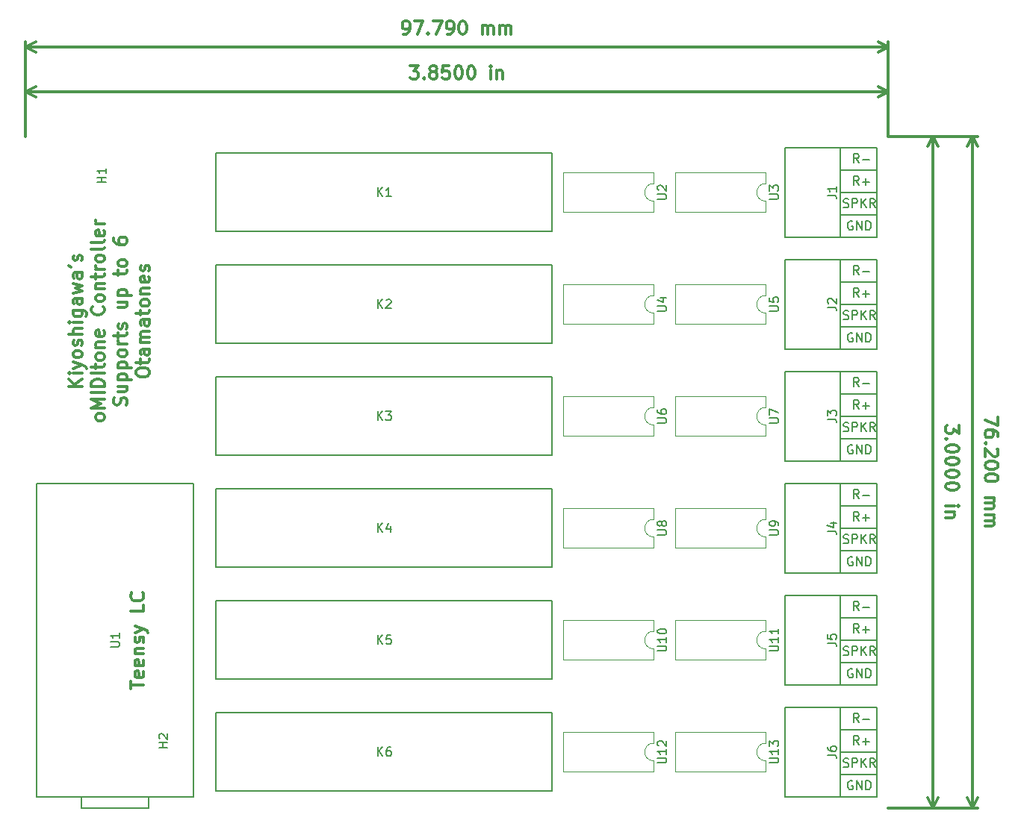
<source format=gbr>
G04 #@! TF.GenerationSoftware,KiCad,Pcbnew,(5.0.1)-3*
G04 #@! TF.CreationDate,2018-11-10T17:24:08-07:00*
G04 #@! TF.ProjectId,oMIDItone Board,6F4D494449746F6E6520426F6172642E,rev?*
G04 #@! TF.SameCoordinates,Original*
G04 #@! TF.FileFunction,Legend,Top*
G04 #@! TF.FilePolarity,Positive*
%FSLAX46Y46*%
G04 Gerber Fmt 4.6, Leading zero omitted, Abs format (unit mm)*
G04 Created by KiCad (PCBNEW (5.0.1)-3) date 11/10/2018 5:24:08 PM*
%MOMM*%
%LPD*%
G01*
G04 APERTURE LIST*
%ADD10C,0.300000*%
%ADD11C,0.120000*%
%ADD12C,0.150000*%
G04 APERTURE END LIST*
D10*
X275336428Y-114364285D02*
X275336428Y-115364285D01*
X273836428Y-114721428D01*
X275336428Y-116578571D02*
X275336428Y-116292857D01*
X275265000Y-116150000D01*
X275193571Y-116078571D01*
X274979285Y-115935714D01*
X274693571Y-115864285D01*
X274122142Y-115864285D01*
X273979285Y-115935714D01*
X273907857Y-116007142D01*
X273836428Y-116150000D01*
X273836428Y-116435714D01*
X273907857Y-116578571D01*
X273979285Y-116650000D01*
X274122142Y-116721428D01*
X274479285Y-116721428D01*
X274622142Y-116650000D01*
X274693571Y-116578571D01*
X274765000Y-116435714D01*
X274765000Y-116150000D01*
X274693571Y-116007142D01*
X274622142Y-115935714D01*
X274479285Y-115864285D01*
X273979285Y-117364285D02*
X273907857Y-117435714D01*
X273836428Y-117364285D01*
X273907857Y-117292857D01*
X273979285Y-117364285D01*
X273836428Y-117364285D01*
X275193571Y-118007142D02*
X275265000Y-118078571D01*
X275336428Y-118221428D01*
X275336428Y-118578571D01*
X275265000Y-118721428D01*
X275193571Y-118792857D01*
X275050714Y-118864285D01*
X274907857Y-118864285D01*
X274693571Y-118792857D01*
X273836428Y-117935714D01*
X273836428Y-118864285D01*
X275336428Y-119792857D02*
X275336428Y-119935714D01*
X275265000Y-120078571D01*
X275193571Y-120150000D01*
X275050714Y-120221428D01*
X274765000Y-120292857D01*
X274407857Y-120292857D01*
X274122142Y-120221428D01*
X273979285Y-120150000D01*
X273907857Y-120078571D01*
X273836428Y-119935714D01*
X273836428Y-119792857D01*
X273907857Y-119650000D01*
X273979285Y-119578571D01*
X274122142Y-119507142D01*
X274407857Y-119435714D01*
X274765000Y-119435714D01*
X275050714Y-119507142D01*
X275193571Y-119578571D01*
X275265000Y-119650000D01*
X275336428Y-119792857D01*
X275336428Y-121221428D02*
X275336428Y-121364285D01*
X275265000Y-121507142D01*
X275193571Y-121578571D01*
X275050714Y-121650000D01*
X274765000Y-121721428D01*
X274407857Y-121721428D01*
X274122142Y-121650000D01*
X273979285Y-121578571D01*
X273907857Y-121507142D01*
X273836428Y-121364285D01*
X273836428Y-121221428D01*
X273907857Y-121078571D01*
X273979285Y-121007142D01*
X274122142Y-120935714D01*
X274407857Y-120864285D01*
X274765000Y-120864285D01*
X275050714Y-120935714D01*
X275193571Y-121007142D01*
X275265000Y-121078571D01*
X275336428Y-121221428D01*
X273836428Y-123507142D02*
X274836428Y-123507142D01*
X274693571Y-123507142D02*
X274765000Y-123578571D01*
X274836428Y-123721428D01*
X274836428Y-123935714D01*
X274765000Y-124078571D01*
X274622142Y-124150000D01*
X273836428Y-124150000D01*
X274622142Y-124150000D02*
X274765000Y-124221428D01*
X274836428Y-124364285D01*
X274836428Y-124578571D01*
X274765000Y-124721428D01*
X274622142Y-124792857D01*
X273836428Y-124792857D01*
X273836428Y-125507142D02*
X274836428Y-125507142D01*
X274693571Y-125507142D02*
X274765000Y-125578571D01*
X274836428Y-125721428D01*
X274836428Y-125935714D01*
X274765000Y-126078571D01*
X274622142Y-126150000D01*
X273836428Y-126150000D01*
X274622142Y-126150000D02*
X274765000Y-126221428D01*
X274836428Y-126364285D01*
X274836428Y-126578571D01*
X274765000Y-126721428D01*
X274622142Y-126792857D01*
X273836428Y-126792857D01*
X272415000Y-82550000D02*
X272415000Y-158750000D01*
X262890000Y-82550000D02*
X273001421Y-82550000D01*
X262890000Y-158750000D02*
X273001421Y-158750000D01*
X272415000Y-158750000D02*
X271828579Y-157623496D01*
X272415000Y-158750000D02*
X273001421Y-157623496D01*
X272415000Y-82550000D02*
X271828579Y-83676504D01*
X272415000Y-82550000D02*
X273001421Y-83676504D01*
X207923571Y-70968571D02*
X208209285Y-70968571D01*
X208352142Y-70897142D01*
X208423571Y-70825714D01*
X208566428Y-70611428D01*
X208637857Y-70325714D01*
X208637857Y-69754285D01*
X208566428Y-69611428D01*
X208495000Y-69540000D01*
X208352142Y-69468571D01*
X208066428Y-69468571D01*
X207923571Y-69540000D01*
X207852142Y-69611428D01*
X207780714Y-69754285D01*
X207780714Y-70111428D01*
X207852142Y-70254285D01*
X207923571Y-70325714D01*
X208066428Y-70397142D01*
X208352142Y-70397142D01*
X208495000Y-70325714D01*
X208566428Y-70254285D01*
X208637857Y-70111428D01*
X209137857Y-69468571D02*
X210137857Y-69468571D01*
X209495000Y-70968571D01*
X210709285Y-70825714D02*
X210780714Y-70897142D01*
X210709285Y-70968571D01*
X210637857Y-70897142D01*
X210709285Y-70825714D01*
X210709285Y-70968571D01*
X211280714Y-69468571D02*
X212280714Y-69468571D01*
X211637857Y-70968571D01*
X212923571Y-70968571D02*
X213209285Y-70968571D01*
X213352142Y-70897142D01*
X213423571Y-70825714D01*
X213566428Y-70611428D01*
X213637857Y-70325714D01*
X213637857Y-69754285D01*
X213566428Y-69611428D01*
X213495000Y-69540000D01*
X213352142Y-69468571D01*
X213066428Y-69468571D01*
X212923571Y-69540000D01*
X212852142Y-69611428D01*
X212780714Y-69754285D01*
X212780714Y-70111428D01*
X212852142Y-70254285D01*
X212923571Y-70325714D01*
X213066428Y-70397142D01*
X213352142Y-70397142D01*
X213495000Y-70325714D01*
X213566428Y-70254285D01*
X213637857Y-70111428D01*
X214566428Y-69468571D02*
X214709285Y-69468571D01*
X214852142Y-69540000D01*
X214923571Y-69611428D01*
X214995000Y-69754285D01*
X215066428Y-70040000D01*
X215066428Y-70397142D01*
X214995000Y-70682857D01*
X214923571Y-70825714D01*
X214852142Y-70897142D01*
X214709285Y-70968571D01*
X214566428Y-70968571D01*
X214423571Y-70897142D01*
X214352142Y-70825714D01*
X214280714Y-70682857D01*
X214209285Y-70397142D01*
X214209285Y-70040000D01*
X214280714Y-69754285D01*
X214352142Y-69611428D01*
X214423571Y-69540000D01*
X214566428Y-69468571D01*
X216852142Y-70968571D02*
X216852142Y-69968571D01*
X216852142Y-70111428D02*
X216923571Y-70040000D01*
X217066428Y-69968571D01*
X217280714Y-69968571D01*
X217423571Y-70040000D01*
X217495000Y-70182857D01*
X217495000Y-70968571D01*
X217495000Y-70182857D02*
X217566428Y-70040000D01*
X217709285Y-69968571D01*
X217923571Y-69968571D01*
X218066428Y-70040000D01*
X218137857Y-70182857D01*
X218137857Y-70968571D01*
X218852142Y-70968571D02*
X218852142Y-69968571D01*
X218852142Y-70111428D02*
X218923571Y-70040000D01*
X219066428Y-69968571D01*
X219280714Y-69968571D01*
X219423571Y-70040000D01*
X219495000Y-70182857D01*
X219495000Y-70968571D01*
X219495000Y-70182857D02*
X219566428Y-70040000D01*
X219709285Y-69968571D01*
X219923571Y-69968571D01*
X220066428Y-70040000D01*
X220137857Y-70182857D01*
X220137857Y-70968571D01*
X165100000Y-72390000D02*
X262890000Y-72390000D01*
X165100000Y-82550000D02*
X165100000Y-71803579D01*
X262890000Y-82550000D02*
X262890000Y-71803579D01*
X262890000Y-72390000D02*
X261763496Y-72976421D01*
X262890000Y-72390000D02*
X261763496Y-71803579D01*
X165100000Y-72390000D02*
X166226504Y-72976421D01*
X165100000Y-72390000D02*
X166226504Y-71803579D01*
X171478571Y-110933571D02*
X169978571Y-110933571D01*
X171478571Y-110076428D02*
X170621428Y-110719285D01*
X169978571Y-110076428D02*
X170835714Y-110933571D01*
X171478571Y-109433571D02*
X170478571Y-109433571D01*
X169978571Y-109433571D02*
X170050000Y-109505000D01*
X170121428Y-109433571D01*
X170050000Y-109362142D01*
X169978571Y-109433571D01*
X170121428Y-109433571D01*
X170478571Y-108862142D02*
X171478571Y-108505000D01*
X170478571Y-108147857D02*
X171478571Y-108505000D01*
X171835714Y-108647857D01*
X171907142Y-108719285D01*
X171978571Y-108862142D01*
X171478571Y-107362142D02*
X171407142Y-107505000D01*
X171335714Y-107576428D01*
X171192857Y-107647857D01*
X170764285Y-107647857D01*
X170621428Y-107576428D01*
X170550000Y-107505000D01*
X170478571Y-107362142D01*
X170478571Y-107147857D01*
X170550000Y-107005000D01*
X170621428Y-106933571D01*
X170764285Y-106862142D01*
X171192857Y-106862142D01*
X171335714Y-106933571D01*
X171407142Y-107005000D01*
X171478571Y-107147857D01*
X171478571Y-107362142D01*
X171407142Y-106290714D02*
X171478571Y-106147857D01*
X171478571Y-105862142D01*
X171407142Y-105719285D01*
X171264285Y-105647857D01*
X171192857Y-105647857D01*
X171050000Y-105719285D01*
X170978571Y-105862142D01*
X170978571Y-106076428D01*
X170907142Y-106219285D01*
X170764285Y-106290714D01*
X170692857Y-106290714D01*
X170550000Y-106219285D01*
X170478571Y-106076428D01*
X170478571Y-105862142D01*
X170550000Y-105719285D01*
X171478571Y-105005000D02*
X169978571Y-105005000D01*
X171478571Y-104362142D02*
X170692857Y-104362142D01*
X170550000Y-104433571D01*
X170478571Y-104576428D01*
X170478571Y-104790714D01*
X170550000Y-104933571D01*
X170621428Y-105005000D01*
X171478571Y-103647857D02*
X170478571Y-103647857D01*
X169978571Y-103647857D02*
X170050000Y-103719285D01*
X170121428Y-103647857D01*
X170050000Y-103576428D01*
X169978571Y-103647857D01*
X170121428Y-103647857D01*
X170478571Y-102290714D02*
X171692857Y-102290714D01*
X171835714Y-102362142D01*
X171907142Y-102433571D01*
X171978571Y-102576428D01*
X171978571Y-102790714D01*
X171907142Y-102933571D01*
X171407142Y-102290714D02*
X171478571Y-102433571D01*
X171478571Y-102719285D01*
X171407142Y-102862142D01*
X171335714Y-102933571D01*
X171192857Y-103005000D01*
X170764285Y-103005000D01*
X170621428Y-102933571D01*
X170550000Y-102862142D01*
X170478571Y-102719285D01*
X170478571Y-102433571D01*
X170550000Y-102290714D01*
X171478571Y-100933571D02*
X170692857Y-100933571D01*
X170550000Y-101005000D01*
X170478571Y-101147857D01*
X170478571Y-101433571D01*
X170550000Y-101576428D01*
X171407142Y-100933571D02*
X171478571Y-101076428D01*
X171478571Y-101433571D01*
X171407142Y-101576428D01*
X171264285Y-101647857D01*
X171121428Y-101647857D01*
X170978571Y-101576428D01*
X170907142Y-101433571D01*
X170907142Y-101076428D01*
X170835714Y-100933571D01*
X170478571Y-100362142D02*
X171478571Y-100076428D01*
X170764285Y-99790714D01*
X171478571Y-99505000D01*
X170478571Y-99219285D01*
X171478571Y-98005000D02*
X170692857Y-98005000D01*
X170550000Y-98076428D01*
X170478571Y-98219285D01*
X170478571Y-98505000D01*
X170550000Y-98647857D01*
X171407142Y-98005000D02*
X171478571Y-98147857D01*
X171478571Y-98505000D01*
X171407142Y-98647857D01*
X171264285Y-98719285D01*
X171121428Y-98719285D01*
X170978571Y-98647857D01*
X170907142Y-98505000D01*
X170907142Y-98147857D01*
X170835714Y-98005000D01*
X169978571Y-97219285D02*
X170264285Y-97362142D01*
X171407142Y-96647857D02*
X171478571Y-96505000D01*
X171478571Y-96219285D01*
X171407142Y-96076428D01*
X171264285Y-96005000D01*
X171192857Y-96005000D01*
X171050000Y-96076428D01*
X170978571Y-96219285D01*
X170978571Y-96433571D01*
X170907142Y-96576428D01*
X170764285Y-96647857D01*
X170692857Y-96647857D01*
X170550000Y-96576428D01*
X170478571Y-96433571D01*
X170478571Y-96219285D01*
X170550000Y-96076428D01*
X174028571Y-114505000D02*
X173957142Y-114647857D01*
X173885714Y-114719285D01*
X173742857Y-114790714D01*
X173314285Y-114790714D01*
X173171428Y-114719285D01*
X173100000Y-114647857D01*
X173028571Y-114505000D01*
X173028571Y-114290714D01*
X173100000Y-114147857D01*
X173171428Y-114076428D01*
X173314285Y-114005000D01*
X173742857Y-114005000D01*
X173885714Y-114076428D01*
X173957142Y-114147857D01*
X174028571Y-114290714D01*
X174028571Y-114505000D01*
X174028571Y-113362142D02*
X172528571Y-113362142D01*
X173600000Y-112862142D01*
X172528571Y-112362142D01*
X174028571Y-112362142D01*
X174028571Y-111647857D02*
X172528571Y-111647857D01*
X174028571Y-110933571D02*
X172528571Y-110933571D01*
X172528571Y-110576428D01*
X172600000Y-110362142D01*
X172742857Y-110219285D01*
X172885714Y-110147857D01*
X173171428Y-110076428D01*
X173385714Y-110076428D01*
X173671428Y-110147857D01*
X173814285Y-110219285D01*
X173957142Y-110362142D01*
X174028571Y-110576428D01*
X174028571Y-110933571D01*
X174028571Y-109433571D02*
X172528571Y-109433571D01*
X173028571Y-108933571D02*
X173028571Y-108362142D01*
X172528571Y-108719285D02*
X173814285Y-108719285D01*
X173957142Y-108647857D01*
X174028571Y-108505000D01*
X174028571Y-108362142D01*
X174028571Y-107647857D02*
X173957142Y-107790714D01*
X173885714Y-107862142D01*
X173742857Y-107933571D01*
X173314285Y-107933571D01*
X173171428Y-107862142D01*
X173100000Y-107790714D01*
X173028571Y-107647857D01*
X173028571Y-107433571D01*
X173100000Y-107290714D01*
X173171428Y-107219285D01*
X173314285Y-107147857D01*
X173742857Y-107147857D01*
X173885714Y-107219285D01*
X173957142Y-107290714D01*
X174028571Y-107433571D01*
X174028571Y-107647857D01*
X173028571Y-106505000D02*
X174028571Y-106505000D01*
X173171428Y-106505000D02*
X173100000Y-106433571D01*
X173028571Y-106290714D01*
X173028571Y-106076428D01*
X173100000Y-105933571D01*
X173242857Y-105862142D01*
X174028571Y-105862142D01*
X173957142Y-104576428D02*
X174028571Y-104719285D01*
X174028571Y-105005000D01*
X173957142Y-105147857D01*
X173814285Y-105219285D01*
X173242857Y-105219285D01*
X173100000Y-105147857D01*
X173028571Y-105005000D01*
X173028571Y-104719285D01*
X173100000Y-104576428D01*
X173242857Y-104505000D01*
X173385714Y-104505000D01*
X173528571Y-105219285D01*
X173885714Y-101862142D02*
X173957142Y-101933571D01*
X174028571Y-102147857D01*
X174028571Y-102290714D01*
X173957142Y-102505000D01*
X173814285Y-102647857D01*
X173671428Y-102719285D01*
X173385714Y-102790714D01*
X173171428Y-102790714D01*
X172885714Y-102719285D01*
X172742857Y-102647857D01*
X172600000Y-102505000D01*
X172528571Y-102290714D01*
X172528571Y-102147857D01*
X172600000Y-101933571D01*
X172671428Y-101862142D01*
X174028571Y-101005000D02*
X173957142Y-101147857D01*
X173885714Y-101219285D01*
X173742857Y-101290714D01*
X173314285Y-101290714D01*
X173171428Y-101219285D01*
X173100000Y-101147857D01*
X173028571Y-101005000D01*
X173028571Y-100790714D01*
X173100000Y-100647857D01*
X173171428Y-100576428D01*
X173314285Y-100505000D01*
X173742857Y-100505000D01*
X173885714Y-100576428D01*
X173957142Y-100647857D01*
X174028571Y-100790714D01*
X174028571Y-101005000D01*
X173028571Y-99862142D02*
X174028571Y-99862142D01*
X173171428Y-99862142D02*
X173100000Y-99790714D01*
X173028571Y-99647857D01*
X173028571Y-99433571D01*
X173100000Y-99290714D01*
X173242857Y-99219285D01*
X174028571Y-99219285D01*
X173028571Y-98719285D02*
X173028571Y-98147857D01*
X172528571Y-98505000D02*
X173814285Y-98505000D01*
X173957142Y-98433571D01*
X174028571Y-98290714D01*
X174028571Y-98147857D01*
X174028571Y-97647857D02*
X173028571Y-97647857D01*
X173314285Y-97647857D02*
X173171428Y-97576428D01*
X173100000Y-97505000D01*
X173028571Y-97362142D01*
X173028571Y-97219285D01*
X174028571Y-96505000D02*
X173957142Y-96647857D01*
X173885714Y-96719285D01*
X173742857Y-96790714D01*
X173314285Y-96790714D01*
X173171428Y-96719285D01*
X173100000Y-96647857D01*
X173028571Y-96505000D01*
X173028571Y-96290714D01*
X173100000Y-96147857D01*
X173171428Y-96076428D01*
X173314285Y-96005000D01*
X173742857Y-96005000D01*
X173885714Y-96076428D01*
X173957142Y-96147857D01*
X174028571Y-96290714D01*
X174028571Y-96505000D01*
X174028571Y-95147857D02*
X173957142Y-95290714D01*
X173814285Y-95362142D01*
X172528571Y-95362142D01*
X174028571Y-94362142D02*
X173957142Y-94505000D01*
X173814285Y-94576428D01*
X172528571Y-94576428D01*
X173957142Y-93219285D02*
X174028571Y-93362142D01*
X174028571Y-93647857D01*
X173957142Y-93790714D01*
X173814285Y-93862142D01*
X173242857Y-93862142D01*
X173100000Y-93790714D01*
X173028571Y-93647857D01*
X173028571Y-93362142D01*
X173100000Y-93219285D01*
X173242857Y-93147857D01*
X173385714Y-93147857D01*
X173528571Y-93862142D01*
X174028571Y-92505000D02*
X173028571Y-92505000D01*
X173314285Y-92505000D02*
X173171428Y-92433571D01*
X173100000Y-92362142D01*
X173028571Y-92219285D01*
X173028571Y-92076428D01*
X176507142Y-113040714D02*
X176578571Y-112826428D01*
X176578571Y-112469285D01*
X176507142Y-112326428D01*
X176435714Y-112255000D01*
X176292857Y-112183571D01*
X176150000Y-112183571D01*
X176007142Y-112255000D01*
X175935714Y-112326428D01*
X175864285Y-112469285D01*
X175792857Y-112755000D01*
X175721428Y-112897857D01*
X175650000Y-112969285D01*
X175507142Y-113040714D01*
X175364285Y-113040714D01*
X175221428Y-112969285D01*
X175150000Y-112897857D01*
X175078571Y-112755000D01*
X175078571Y-112397857D01*
X175150000Y-112183571D01*
X175578571Y-110897857D02*
X176578571Y-110897857D01*
X175578571Y-111540714D02*
X176364285Y-111540714D01*
X176507142Y-111469285D01*
X176578571Y-111326428D01*
X176578571Y-111112142D01*
X176507142Y-110969285D01*
X176435714Y-110897857D01*
X175578571Y-110183571D02*
X177078571Y-110183571D01*
X175650000Y-110183571D02*
X175578571Y-110040714D01*
X175578571Y-109755000D01*
X175650000Y-109612142D01*
X175721428Y-109540714D01*
X175864285Y-109469285D01*
X176292857Y-109469285D01*
X176435714Y-109540714D01*
X176507142Y-109612142D01*
X176578571Y-109755000D01*
X176578571Y-110040714D01*
X176507142Y-110183571D01*
X175578571Y-108826428D02*
X177078571Y-108826428D01*
X175650000Y-108826428D02*
X175578571Y-108683571D01*
X175578571Y-108397857D01*
X175650000Y-108255000D01*
X175721428Y-108183571D01*
X175864285Y-108112142D01*
X176292857Y-108112142D01*
X176435714Y-108183571D01*
X176507142Y-108255000D01*
X176578571Y-108397857D01*
X176578571Y-108683571D01*
X176507142Y-108826428D01*
X176578571Y-107255000D02*
X176507142Y-107397857D01*
X176435714Y-107469285D01*
X176292857Y-107540714D01*
X175864285Y-107540714D01*
X175721428Y-107469285D01*
X175650000Y-107397857D01*
X175578571Y-107255000D01*
X175578571Y-107040714D01*
X175650000Y-106897857D01*
X175721428Y-106826428D01*
X175864285Y-106755000D01*
X176292857Y-106755000D01*
X176435714Y-106826428D01*
X176507142Y-106897857D01*
X176578571Y-107040714D01*
X176578571Y-107255000D01*
X176578571Y-106112142D02*
X175578571Y-106112142D01*
X175864285Y-106112142D02*
X175721428Y-106040714D01*
X175650000Y-105969285D01*
X175578571Y-105826428D01*
X175578571Y-105683571D01*
X175578571Y-105397857D02*
X175578571Y-104826428D01*
X175078571Y-105183571D02*
X176364285Y-105183571D01*
X176507142Y-105112142D01*
X176578571Y-104969285D01*
X176578571Y-104826428D01*
X176507142Y-104397857D02*
X176578571Y-104255000D01*
X176578571Y-103969285D01*
X176507142Y-103826428D01*
X176364285Y-103755000D01*
X176292857Y-103755000D01*
X176150000Y-103826428D01*
X176078571Y-103969285D01*
X176078571Y-104183571D01*
X176007142Y-104326428D01*
X175864285Y-104397857D01*
X175792857Y-104397857D01*
X175650000Y-104326428D01*
X175578571Y-104183571D01*
X175578571Y-103969285D01*
X175650000Y-103826428D01*
X175578571Y-101326428D02*
X176578571Y-101326428D01*
X175578571Y-101969285D02*
X176364285Y-101969285D01*
X176507142Y-101897857D01*
X176578571Y-101755000D01*
X176578571Y-101540714D01*
X176507142Y-101397857D01*
X176435714Y-101326428D01*
X175578571Y-100612142D02*
X177078571Y-100612142D01*
X175650000Y-100612142D02*
X175578571Y-100469285D01*
X175578571Y-100183571D01*
X175650000Y-100040714D01*
X175721428Y-99969285D01*
X175864285Y-99897857D01*
X176292857Y-99897857D01*
X176435714Y-99969285D01*
X176507142Y-100040714D01*
X176578571Y-100183571D01*
X176578571Y-100469285D01*
X176507142Y-100612142D01*
X175578571Y-98326428D02*
X175578571Y-97755000D01*
X175078571Y-98112142D02*
X176364285Y-98112142D01*
X176507142Y-98040714D01*
X176578571Y-97897857D01*
X176578571Y-97755000D01*
X176578571Y-97040714D02*
X176507142Y-97183571D01*
X176435714Y-97255000D01*
X176292857Y-97326428D01*
X175864285Y-97326428D01*
X175721428Y-97255000D01*
X175650000Y-97183571D01*
X175578571Y-97040714D01*
X175578571Y-96826428D01*
X175650000Y-96683571D01*
X175721428Y-96612142D01*
X175864285Y-96540714D01*
X176292857Y-96540714D01*
X176435714Y-96612142D01*
X176507142Y-96683571D01*
X176578571Y-96826428D01*
X176578571Y-97040714D01*
X175078571Y-94112142D02*
X175078571Y-94397857D01*
X175150000Y-94540714D01*
X175221428Y-94612142D01*
X175435714Y-94755000D01*
X175721428Y-94826428D01*
X176292857Y-94826428D01*
X176435714Y-94755000D01*
X176507142Y-94683571D01*
X176578571Y-94540714D01*
X176578571Y-94255000D01*
X176507142Y-94112142D01*
X176435714Y-94040714D01*
X176292857Y-93969285D01*
X175935714Y-93969285D01*
X175792857Y-94040714D01*
X175721428Y-94112142D01*
X175650000Y-94255000D01*
X175650000Y-94540714D01*
X175721428Y-94683571D01*
X175792857Y-94755000D01*
X175935714Y-94826428D01*
X177628571Y-109469285D02*
X177628571Y-109183571D01*
X177700000Y-109040714D01*
X177842857Y-108897857D01*
X178128571Y-108826428D01*
X178628571Y-108826428D01*
X178914285Y-108897857D01*
X179057142Y-109040714D01*
X179128571Y-109183571D01*
X179128571Y-109469285D01*
X179057142Y-109612142D01*
X178914285Y-109755000D01*
X178628571Y-109826428D01*
X178128571Y-109826428D01*
X177842857Y-109755000D01*
X177700000Y-109612142D01*
X177628571Y-109469285D01*
X178128571Y-108397857D02*
X178128571Y-107826428D01*
X177628571Y-108183571D02*
X178914285Y-108183571D01*
X179057142Y-108112142D01*
X179128571Y-107969285D01*
X179128571Y-107826428D01*
X179128571Y-106683571D02*
X178342857Y-106683571D01*
X178200000Y-106755000D01*
X178128571Y-106897857D01*
X178128571Y-107183571D01*
X178200000Y-107326428D01*
X179057142Y-106683571D02*
X179128571Y-106826428D01*
X179128571Y-107183571D01*
X179057142Y-107326428D01*
X178914285Y-107397857D01*
X178771428Y-107397857D01*
X178628571Y-107326428D01*
X178557142Y-107183571D01*
X178557142Y-106826428D01*
X178485714Y-106683571D01*
X179128571Y-105969285D02*
X178128571Y-105969285D01*
X178271428Y-105969285D02*
X178200000Y-105897857D01*
X178128571Y-105755000D01*
X178128571Y-105540714D01*
X178200000Y-105397857D01*
X178342857Y-105326428D01*
X179128571Y-105326428D01*
X178342857Y-105326428D02*
X178200000Y-105255000D01*
X178128571Y-105112142D01*
X178128571Y-104897857D01*
X178200000Y-104755000D01*
X178342857Y-104683571D01*
X179128571Y-104683571D01*
X179128571Y-103326428D02*
X178342857Y-103326428D01*
X178200000Y-103397857D01*
X178128571Y-103540714D01*
X178128571Y-103826428D01*
X178200000Y-103969285D01*
X179057142Y-103326428D02*
X179128571Y-103469285D01*
X179128571Y-103826428D01*
X179057142Y-103969285D01*
X178914285Y-104040714D01*
X178771428Y-104040714D01*
X178628571Y-103969285D01*
X178557142Y-103826428D01*
X178557142Y-103469285D01*
X178485714Y-103326428D01*
X178128571Y-102826428D02*
X178128571Y-102255000D01*
X177628571Y-102612142D02*
X178914285Y-102612142D01*
X179057142Y-102540714D01*
X179128571Y-102397857D01*
X179128571Y-102255000D01*
X179128571Y-101540714D02*
X179057142Y-101683571D01*
X178985714Y-101755000D01*
X178842857Y-101826428D01*
X178414285Y-101826428D01*
X178271428Y-101755000D01*
X178200000Y-101683571D01*
X178128571Y-101540714D01*
X178128571Y-101326428D01*
X178200000Y-101183571D01*
X178271428Y-101112142D01*
X178414285Y-101040714D01*
X178842857Y-101040714D01*
X178985714Y-101112142D01*
X179057142Y-101183571D01*
X179128571Y-101326428D01*
X179128571Y-101540714D01*
X178128571Y-100397857D02*
X179128571Y-100397857D01*
X178271428Y-100397857D02*
X178200000Y-100326428D01*
X178128571Y-100183571D01*
X178128571Y-99969285D01*
X178200000Y-99826428D01*
X178342857Y-99755000D01*
X179128571Y-99755000D01*
X179057142Y-98469285D02*
X179128571Y-98612142D01*
X179128571Y-98897857D01*
X179057142Y-99040714D01*
X178914285Y-99112142D01*
X178342857Y-99112142D01*
X178200000Y-99040714D01*
X178128571Y-98897857D01*
X178128571Y-98612142D01*
X178200000Y-98469285D01*
X178342857Y-98397857D01*
X178485714Y-98397857D01*
X178628571Y-99112142D01*
X179057142Y-97826428D02*
X179128571Y-97683571D01*
X179128571Y-97397857D01*
X179057142Y-97255000D01*
X178914285Y-97183571D01*
X178842857Y-97183571D01*
X178700000Y-97255000D01*
X178628571Y-97397857D01*
X178628571Y-97612142D01*
X178557142Y-97755000D01*
X178414285Y-97826428D01*
X178342857Y-97826428D01*
X178200000Y-97755000D01*
X178128571Y-97612142D01*
X178128571Y-97397857D01*
X178200000Y-97255000D01*
X208673571Y-74548571D02*
X209602142Y-74548571D01*
X209102142Y-75120000D01*
X209316428Y-75120000D01*
X209459285Y-75191428D01*
X209530714Y-75262857D01*
X209602142Y-75405714D01*
X209602142Y-75762857D01*
X209530714Y-75905714D01*
X209459285Y-75977142D01*
X209316428Y-76048571D01*
X208887857Y-76048571D01*
X208745000Y-75977142D01*
X208673571Y-75905714D01*
X210245000Y-75905714D02*
X210316428Y-75977142D01*
X210245000Y-76048571D01*
X210173571Y-75977142D01*
X210245000Y-75905714D01*
X210245000Y-76048571D01*
X211173571Y-75191428D02*
X211030714Y-75120000D01*
X210959285Y-75048571D01*
X210887857Y-74905714D01*
X210887857Y-74834285D01*
X210959285Y-74691428D01*
X211030714Y-74620000D01*
X211173571Y-74548571D01*
X211459285Y-74548571D01*
X211602142Y-74620000D01*
X211673571Y-74691428D01*
X211745000Y-74834285D01*
X211745000Y-74905714D01*
X211673571Y-75048571D01*
X211602142Y-75120000D01*
X211459285Y-75191428D01*
X211173571Y-75191428D01*
X211030714Y-75262857D01*
X210959285Y-75334285D01*
X210887857Y-75477142D01*
X210887857Y-75762857D01*
X210959285Y-75905714D01*
X211030714Y-75977142D01*
X211173571Y-76048571D01*
X211459285Y-76048571D01*
X211602142Y-75977142D01*
X211673571Y-75905714D01*
X211745000Y-75762857D01*
X211745000Y-75477142D01*
X211673571Y-75334285D01*
X211602142Y-75262857D01*
X211459285Y-75191428D01*
X213102142Y-74548571D02*
X212387857Y-74548571D01*
X212316428Y-75262857D01*
X212387857Y-75191428D01*
X212530714Y-75120000D01*
X212887857Y-75120000D01*
X213030714Y-75191428D01*
X213102142Y-75262857D01*
X213173571Y-75405714D01*
X213173571Y-75762857D01*
X213102142Y-75905714D01*
X213030714Y-75977142D01*
X212887857Y-76048571D01*
X212530714Y-76048571D01*
X212387857Y-75977142D01*
X212316428Y-75905714D01*
X214102142Y-74548571D02*
X214245000Y-74548571D01*
X214387857Y-74620000D01*
X214459285Y-74691428D01*
X214530714Y-74834285D01*
X214602142Y-75120000D01*
X214602142Y-75477142D01*
X214530714Y-75762857D01*
X214459285Y-75905714D01*
X214387857Y-75977142D01*
X214245000Y-76048571D01*
X214102142Y-76048571D01*
X213959285Y-75977142D01*
X213887857Y-75905714D01*
X213816428Y-75762857D01*
X213745000Y-75477142D01*
X213745000Y-75120000D01*
X213816428Y-74834285D01*
X213887857Y-74691428D01*
X213959285Y-74620000D01*
X214102142Y-74548571D01*
X215530714Y-74548571D02*
X215673571Y-74548571D01*
X215816428Y-74620000D01*
X215887857Y-74691428D01*
X215959285Y-74834285D01*
X216030714Y-75120000D01*
X216030714Y-75477142D01*
X215959285Y-75762857D01*
X215887857Y-75905714D01*
X215816428Y-75977142D01*
X215673571Y-76048571D01*
X215530714Y-76048571D01*
X215387857Y-75977142D01*
X215316428Y-75905714D01*
X215245000Y-75762857D01*
X215173571Y-75477142D01*
X215173571Y-75120000D01*
X215245000Y-74834285D01*
X215316428Y-74691428D01*
X215387857Y-74620000D01*
X215530714Y-74548571D01*
X217816428Y-76048571D02*
X217816428Y-75048571D01*
X217816428Y-74548571D02*
X217745000Y-74620000D01*
X217816428Y-74691428D01*
X217887857Y-74620000D01*
X217816428Y-74548571D01*
X217816428Y-74691428D01*
X218530714Y-75048571D02*
X218530714Y-76048571D01*
X218530714Y-75191428D02*
X218602142Y-75120000D01*
X218745000Y-75048571D01*
X218959285Y-75048571D01*
X219102142Y-75120000D01*
X219173571Y-75262857D01*
X219173571Y-76048571D01*
X262890000Y-77470000D02*
X165100000Y-77470000D01*
X262890000Y-82550000D02*
X262890000Y-76883579D01*
X165100000Y-82550000D02*
X165100000Y-76883579D01*
X165100000Y-77470000D02*
X166226504Y-76883579D01*
X165100000Y-77470000D02*
X166226504Y-78056421D01*
X262890000Y-77470000D02*
X261763496Y-76883579D01*
X262890000Y-77470000D02*
X261763496Y-78056421D01*
X270891428Y-115328571D02*
X270891428Y-116257142D01*
X270320000Y-115757142D01*
X270320000Y-115971428D01*
X270248571Y-116114285D01*
X270177142Y-116185714D01*
X270034285Y-116257142D01*
X269677142Y-116257142D01*
X269534285Y-116185714D01*
X269462857Y-116114285D01*
X269391428Y-115971428D01*
X269391428Y-115542857D01*
X269462857Y-115400000D01*
X269534285Y-115328571D01*
X269534285Y-116900000D02*
X269462857Y-116971428D01*
X269391428Y-116900000D01*
X269462857Y-116828571D01*
X269534285Y-116900000D01*
X269391428Y-116900000D01*
X270891428Y-117900000D02*
X270891428Y-118042857D01*
X270820000Y-118185714D01*
X270748571Y-118257142D01*
X270605714Y-118328571D01*
X270320000Y-118400000D01*
X269962857Y-118400000D01*
X269677142Y-118328571D01*
X269534285Y-118257142D01*
X269462857Y-118185714D01*
X269391428Y-118042857D01*
X269391428Y-117900000D01*
X269462857Y-117757142D01*
X269534285Y-117685714D01*
X269677142Y-117614285D01*
X269962857Y-117542857D01*
X270320000Y-117542857D01*
X270605714Y-117614285D01*
X270748571Y-117685714D01*
X270820000Y-117757142D01*
X270891428Y-117900000D01*
X270891428Y-119328571D02*
X270891428Y-119471428D01*
X270820000Y-119614285D01*
X270748571Y-119685714D01*
X270605714Y-119757142D01*
X270320000Y-119828571D01*
X269962857Y-119828571D01*
X269677142Y-119757142D01*
X269534285Y-119685714D01*
X269462857Y-119614285D01*
X269391428Y-119471428D01*
X269391428Y-119328571D01*
X269462857Y-119185714D01*
X269534285Y-119114285D01*
X269677142Y-119042857D01*
X269962857Y-118971428D01*
X270320000Y-118971428D01*
X270605714Y-119042857D01*
X270748571Y-119114285D01*
X270820000Y-119185714D01*
X270891428Y-119328571D01*
X270891428Y-120757142D02*
X270891428Y-120900000D01*
X270820000Y-121042857D01*
X270748571Y-121114285D01*
X270605714Y-121185714D01*
X270320000Y-121257142D01*
X269962857Y-121257142D01*
X269677142Y-121185714D01*
X269534285Y-121114285D01*
X269462857Y-121042857D01*
X269391428Y-120900000D01*
X269391428Y-120757142D01*
X269462857Y-120614285D01*
X269534285Y-120542857D01*
X269677142Y-120471428D01*
X269962857Y-120400000D01*
X270320000Y-120400000D01*
X270605714Y-120471428D01*
X270748571Y-120542857D01*
X270820000Y-120614285D01*
X270891428Y-120757142D01*
X270891428Y-122185714D02*
X270891428Y-122328571D01*
X270820000Y-122471428D01*
X270748571Y-122542857D01*
X270605714Y-122614285D01*
X270320000Y-122685714D01*
X269962857Y-122685714D01*
X269677142Y-122614285D01*
X269534285Y-122542857D01*
X269462857Y-122471428D01*
X269391428Y-122328571D01*
X269391428Y-122185714D01*
X269462857Y-122042857D01*
X269534285Y-121971428D01*
X269677142Y-121900000D01*
X269962857Y-121828571D01*
X270320000Y-121828571D01*
X270605714Y-121900000D01*
X270748571Y-121971428D01*
X270820000Y-122042857D01*
X270891428Y-122185714D01*
X269391428Y-124471428D02*
X270391428Y-124471428D01*
X270891428Y-124471428D02*
X270820000Y-124400000D01*
X270748571Y-124471428D01*
X270820000Y-124542857D01*
X270891428Y-124471428D01*
X270748571Y-124471428D01*
X270391428Y-125185714D02*
X269391428Y-125185714D01*
X270248571Y-125185714D02*
X270320000Y-125257142D01*
X270391428Y-125400000D01*
X270391428Y-125614285D01*
X270320000Y-125757142D01*
X270177142Y-125828571D01*
X269391428Y-125828571D01*
X267970000Y-82550000D02*
X267970000Y-158750000D01*
X262890000Y-82550000D02*
X268556421Y-82550000D01*
X262890000Y-158750000D02*
X268556421Y-158750000D01*
X267970000Y-158750000D02*
X267383579Y-157623496D01*
X267970000Y-158750000D02*
X268556421Y-157623496D01*
X267970000Y-82550000D02*
X267383579Y-83676504D01*
X267970000Y-82550000D02*
X268556421Y-83676504D01*
X176978571Y-145200000D02*
X176978571Y-144342857D01*
X178478571Y-144771428D02*
X176978571Y-144771428D01*
X178407142Y-143271428D02*
X178478571Y-143414285D01*
X178478571Y-143700000D01*
X178407142Y-143842857D01*
X178264285Y-143914285D01*
X177692857Y-143914285D01*
X177550000Y-143842857D01*
X177478571Y-143700000D01*
X177478571Y-143414285D01*
X177550000Y-143271428D01*
X177692857Y-143200000D01*
X177835714Y-143200000D01*
X177978571Y-143914285D01*
X178407142Y-141985714D02*
X178478571Y-142128571D01*
X178478571Y-142414285D01*
X178407142Y-142557142D01*
X178264285Y-142628571D01*
X177692857Y-142628571D01*
X177550000Y-142557142D01*
X177478571Y-142414285D01*
X177478571Y-142128571D01*
X177550000Y-141985714D01*
X177692857Y-141914285D01*
X177835714Y-141914285D01*
X177978571Y-142628571D01*
X177478571Y-141271428D02*
X178478571Y-141271428D01*
X177621428Y-141271428D02*
X177550000Y-141200000D01*
X177478571Y-141057142D01*
X177478571Y-140842857D01*
X177550000Y-140700000D01*
X177692857Y-140628571D01*
X178478571Y-140628571D01*
X178407142Y-139985714D02*
X178478571Y-139842857D01*
X178478571Y-139557142D01*
X178407142Y-139414285D01*
X178264285Y-139342857D01*
X178192857Y-139342857D01*
X178050000Y-139414285D01*
X177978571Y-139557142D01*
X177978571Y-139771428D01*
X177907142Y-139914285D01*
X177764285Y-139985714D01*
X177692857Y-139985714D01*
X177550000Y-139914285D01*
X177478571Y-139771428D01*
X177478571Y-139557142D01*
X177550000Y-139414285D01*
X177478571Y-138842857D02*
X178478571Y-138485714D01*
X177478571Y-138128571D02*
X178478571Y-138485714D01*
X178835714Y-138628571D01*
X178907142Y-138700000D01*
X178978571Y-138842857D01*
X178478571Y-135700000D02*
X178478571Y-136414285D01*
X176978571Y-136414285D01*
X178335714Y-134342857D02*
X178407142Y-134414285D01*
X178478571Y-134628571D01*
X178478571Y-134771428D01*
X178407142Y-134985714D01*
X178264285Y-135128571D01*
X178121428Y-135200000D01*
X177835714Y-135271428D01*
X177621428Y-135271428D01*
X177335714Y-135200000D01*
X177192857Y-135128571D01*
X177050000Y-134985714D01*
X176978571Y-134771428D01*
X176978571Y-134628571D01*
X177050000Y-134414285D01*
X177121428Y-134342857D01*
D11*
G04 #@! TO.C,U2*
X236280000Y-89900000D02*
G75*
G02X236280000Y-87900000I0J1000000D01*
G01*
X236280000Y-87900000D02*
X236280000Y-86650000D01*
X236280000Y-86650000D02*
X226000000Y-86650000D01*
X226000000Y-86650000D02*
X226000000Y-91150000D01*
X226000000Y-91150000D02*
X236280000Y-91150000D01*
X236280000Y-91150000D02*
X236280000Y-89900000D01*
G04 #@! TO.C,U3*
X248980000Y-91150000D02*
X248980000Y-89900000D01*
X238700000Y-91150000D02*
X248980000Y-91150000D01*
X238700000Y-86650000D02*
X238700000Y-91150000D01*
X248980000Y-86650000D02*
X238700000Y-86650000D01*
X248980000Y-87900000D02*
X248980000Y-86650000D01*
X248980000Y-89900000D02*
G75*
G02X248980000Y-87900000I0J1000000D01*
G01*
G04 #@! TO.C,U4*
X236280000Y-102600000D02*
G75*
G02X236280000Y-100600000I0J1000000D01*
G01*
X236280000Y-100600000D02*
X236280000Y-99350000D01*
X236280000Y-99350000D02*
X226000000Y-99350000D01*
X226000000Y-99350000D02*
X226000000Y-103850000D01*
X226000000Y-103850000D02*
X236280000Y-103850000D01*
X236280000Y-103850000D02*
X236280000Y-102600000D01*
G04 #@! TO.C,U5*
X248980000Y-103850000D02*
X248980000Y-102600000D01*
X238700000Y-103850000D02*
X248980000Y-103850000D01*
X238700000Y-99350000D02*
X238700000Y-103850000D01*
X248980000Y-99350000D02*
X238700000Y-99350000D01*
X248980000Y-100600000D02*
X248980000Y-99350000D01*
X248980000Y-102600000D02*
G75*
G02X248980000Y-100600000I0J1000000D01*
G01*
G04 #@! TO.C,U6*
X236280000Y-115300000D02*
G75*
G02X236280000Y-113300000I0J1000000D01*
G01*
X236280000Y-113300000D02*
X236280000Y-112050000D01*
X236280000Y-112050000D02*
X226000000Y-112050000D01*
X226000000Y-112050000D02*
X226000000Y-116550000D01*
X226000000Y-116550000D02*
X236280000Y-116550000D01*
X236280000Y-116550000D02*
X236280000Y-115300000D01*
G04 #@! TO.C,U7*
X248980000Y-116550000D02*
X248980000Y-115300000D01*
X238700000Y-116550000D02*
X248980000Y-116550000D01*
X238700000Y-112050000D02*
X238700000Y-116550000D01*
X248980000Y-112050000D02*
X238700000Y-112050000D01*
X248980000Y-113300000D02*
X248980000Y-112050000D01*
X248980000Y-115300000D02*
G75*
G02X248980000Y-113300000I0J1000000D01*
G01*
G04 #@! TO.C,U8*
X236280000Y-128000000D02*
G75*
G02X236280000Y-126000000I0J1000000D01*
G01*
X236280000Y-126000000D02*
X236280000Y-124750000D01*
X236280000Y-124750000D02*
X226000000Y-124750000D01*
X226000000Y-124750000D02*
X226000000Y-129250000D01*
X226000000Y-129250000D02*
X236280000Y-129250000D01*
X236280000Y-129250000D02*
X236280000Y-128000000D01*
G04 #@! TO.C,U9*
X248980000Y-129250000D02*
X248980000Y-128000000D01*
X238700000Y-129250000D02*
X248980000Y-129250000D01*
X238700000Y-124750000D02*
X238700000Y-129250000D01*
X248980000Y-124750000D02*
X238700000Y-124750000D01*
X248980000Y-126000000D02*
X248980000Y-124750000D01*
X248980000Y-128000000D02*
G75*
G02X248980000Y-126000000I0J1000000D01*
G01*
G04 #@! TO.C,U10*
X236280000Y-140700000D02*
G75*
G02X236280000Y-138700000I0J1000000D01*
G01*
X236280000Y-138700000D02*
X236280000Y-137450000D01*
X236280000Y-137450000D02*
X226000000Y-137450000D01*
X226000000Y-137450000D02*
X226000000Y-141950000D01*
X226000000Y-141950000D02*
X236280000Y-141950000D01*
X236280000Y-141950000D02*
X236280000Y-140700000D01*
G04 #@! TO.C,U11*
X248980000Y-141950000D02*
X248980000Y-140700000D01*
X238700000Y-141950000D02*
X248980000Y-141950000D01*
X238700000Y-137450000D02*
X238700000Y-141950000D01*
X248980000Y-137450000D02*
X238700000Y-137450000D01*
X248980000Y-138700000D02*
X248980000Y-137450000D01*
X248980000Y-140700000D02*
G75*
G02X248980000Y-138700000I0J1000000D01*
G01*
G04 #@! TO.C,U12*
X236280000Y-153400000D02*
G75*
G02X236280000Y-151400000I0J1000000D01*
G01*
X236280000Y-151400000D02*
X236280000Y-150150000D01*
X236280000Y-150150000D02*
X226000000Y-150150000D01*
X226000000Y-150150000D02*
X226000000Y-154650000D01*
X226000000Y-154650000D02*
X236280000Y-154650000D01*
X236280000Y-154650000D02*
X236280000Y-153400000D01*
G04 #@! TO.C,U13*
X248980000Y-154650000D02*
X248980000Y-153400000D01*
X238700000Y-154650000D02*
X248980000Y-154650000D01*
X238700000Y-150150000D02*
X238700000Y-154650000D01*
X248980000Y-150150000D02*
X238700000Y-150150000D01*
X248980000Y-151400000D02*
X248980000Y-150150000D01*
X248980000Y-153400000D02*
G75*
G02X248980000Y-151400000I0J1000000D01*
G01*
D12*
G04 #@! TO.C,K6*
X186690000Y-147955000D02*
X224790000Y-147955000D01*
X224790000Y-147955000D02*
X224790000Y-156845000D01*
X224790000Y-156845000D02*
X186690000Y-156845000D01*
X186690000Y-156845000D02*
X186690000Y-147955000D01*
G04 #@! TO.C,K5*
X186690000Y-144145000D02*
X186690000Y-135255000D01*
X224790000Y-144145000D02*
X186690000Y-144145000D01*
X224790000Y-135255000D02*
X224790000Y-144145000D01*
X186690000Y-135255000D02*
X224790000Y-135255000D01*
G04 #@! TO.C,K4*
X186690000Y-122555000D02*
X224790000Y-122555000D01*
X224790000Y-122555000D02*
X224790000Y-131445000D01*
X224790000Y-131445000D02*
X186690000Y-131445000D01*
X186690000Y-131445000D02*
X186690000Y-122555000D01*
G04 #@! TO.C,K3*
X186690000Y-118745000D02*
X186690000Y-109855000D01*
X224790000Y-118745000D02*
X186690000Y-118745000D01*
X224790000Y-109855000D02*
X224790000Y-118745000D01*
X186690000Y-109855000D02*
X224790000Y-109855000D01*
G04 #@! TO.C,K2*
X186690000Y-97155000D02*
X224790000Y-97155000D01*
X224790000Y-97155000D02*
X224790000Y-106045000D01*
X224790000Y-106045000D02*
X186690000Y-106045000D01*
X186690000Y-106045000D02*
X186690000Y-97155000D01*
G04 #@! TO.C,K1*
X186690000Y-93345000D02*
X186690000Y-84455000D01*
X224790000Y-93345000D02*
X186690000Y-93345000D01*
X224790000Y-84455000D02*
X224790000Y-93345000D01*
X186690000Y-84455000D02*
X224790000Y-84455000D01*
G04 #@! TO.C,J4*
X261620000Y-129540000D02*
X257429000Y-129540000D01*
X261620000Y-121920000D02*
X257429000Y-121920000D01*
X261620000Y-121920000D02*
X261620000Y-132080000D01*
X251200000Y-121920000D02*
X251200000Y-132080000D01*
X261620000Y-127000000D02*
X257429000Y-127000000D01*
X257400000Y-121920000D02*
X257400000Y-132080000D01*
X261620000Y-124460000D02*
X257429000Y-124460000D01*
X254000000Y-132080000D02*
X257400000Y-132080000D01*
X251206000Y-121920000D02*
X254000000Y-121920000D01*
X261620000Y-132080000D02*
X257429000Y-132080000D01*
X254000000Y-121920000D02*
X257400000Y-121920000D01*
X251206000Y-132080000D02*
X254000000Y-132080000D01*
G04 #@! TO.C,J1*
X251206000Y-93980000D02*
X254000000Y-93980000D01*
X254000000Y-83820000D02*
X257400000Y-83820000D01*
X261620000Y-93980000D02*
X257429000Y-93980000D01*
X251206000Y-83820000D02*
X254000000Y-83820000D01*
X254000000Y-93980000D02*
X257400000Y-93980000D01*
X261620000Y-86360000D02*
X257429000Y-86360000D01*
X257400000Y-83820000D02*
X257400000Y-93980000D01*
X261620000Y-88900000D02*
X257429000Y-88900000D01*
X251200000Y-83820000D02*
X251200000Y-93980000D01*
X261620000Y-83820000D02*
X261620000Y-93980000D01*
X261620000Y-83820000D02*
X257429000Y-83820000D01*
X261620000Y-91440000D02*
X257429000Y-91440000D01*
G04 #@! TO.C,J3*
X261620000Y-116840000D02*
X257429000Y-116840000D01*
X261620000Y-109220000D02*
X257429000Y-109220000D01*
X261620000Y-109220000D02*
X261620000Y-119380000D01*
X251200000Y-109220000D02*
X251200000Y-119380000D01*
X261620000Y-114300000D02*
X257429000Y-114300000D01*
X257400000Y-109220000D02*
X257400000Y-119380000D01*
X261620000Y-111760000D02*
X257429000Y-111760000D01*
X254000000Y-119380000D02*
X257400000Y-119380000D01*
X251206000Y-109220000D02*
X254000000Y-109220000D01*
X261620000Y-119380000D02*
X257429000Y-119380000D01*
X254000000Y-109220000D02*
X257400000Y-109220000D01*
X251206000Y-119380000D02*
X254000000Y-119380000D01*
G04 #@! TO.C,J5*
X251206000Y-144780000D02*
X254000000Y-144780000D01*
X254000000Y-134620000D02*
X257400000Y-134620000D01*
X261620000Y-144780000D02*
X257429000Y-144780000D01*
X251206000Y-134620000D02*
X254000000Y-134620000D01*
X254000000Y-144780000D02*
X257400000Y-144780000D01*
X261620000Y-137160000D02*
X257429000Y-137160000D01*
X257400000Y-134620000D02*
X257400000Y-144780000D01*
X261620000Y-139700000D02*
X257429000Y-139700000D01*
X251200000Y-134620000D02*
X251200000Y-144780000D01*
X261620000Y-134620000D02*
X261620000Y-144780000D01*
X261620000Y-134620000D02*
X257429000Y-134620000D01*
X261620000Y-142240000D02*
X257429000Y-142240000D01*
G04 #@! TO.C,J6*
X261620000Y-154940000D02*
X257429000Y-154940000D01*
X261620000Y-147320000D02*
X257429000Y-147320000D01*
X261620000Y-147320000D02*
X261620000Y-157480000D01*
X251200000Y-147320000D02*
X251200000Y-157480000D01*
X261620000Y-152400000D02*
X257429000Y-152400000D01*
X257400000Y-147320000D02*
X257400000Y-157480000D01*
X261620000Y-149860000D02*
X257429000Y-149860000D01*
X254000000Y-157480000D02*
X257400000Y-157480000D01*
X251206000Y-147320000D02*
X254000000Y-147320000D01*
X261620000Y-157480000D02*
X257429000Y-157480000D01*
X254000000Y-147320000D02*
X257400000Y-147320000D01*
X251206000Y-157480000D02*
X254000000Y-157480000D01*
G04 #@! TO.C,J2*
X251206000Y-106680000D02*
X254000000Y-106680000D01*
X254000000Y-96520000D02*
X257400000Y-96520000D01*
X261620000Y-106680000D02*
X257429000Y-106680000D01*
X251206000Y-96520000D02*
X254000000Y-96520000D01*
X254000000Y-106680000D02*
X257400000Y-106680000D01*
X261620000Y-99060000D02*
X257429000Y-99060000D01*
X257400000Y-96520000D02*
X257400000Y-106680000D01*
X261620000Y-101600000D02*
X257429000Y-101600000D01*
X251200000Y-96520000D02*
X251200000Y-106680000D01*
X261620000Y-96520000D02*
X261620000Y-106680000D01*
X261620000Y-96520000D02*
X257429000Y-96520000D01*
X261620000Y-104140000D02*
X257429000Y-104140000D01*
G04 #@! TO.C,U1*
X179070000Y-157480000D02*
X179070000Y-158750000D01*
X179070000Y-158750000D02*
X171450000Y-158750000D01*
X171450000Y-158750000D02*
X171450000Y-157480000D01*
X166370000Y-157480000D02*
X166370000Y-121920000D01*
X166370000Y-121920000D02*
X184150000Y-121920000D01*
X184150000Y-121920000D02*
X184150000Y-157480000D01*
X184150000Y-157480000D02*
X166370000Y-157480000D01*
G04 #@! TO.C,H2*
X181182380Y-151891904D02*
X180182380Y-151891904D01*
X180658571Y-151891904D02*
X180658571Y-151320476D01*
X181182380Y-151320476D02*
X180182380Y-151320476D01*
X180277619Y-150891904D02*
X180230000Y-150844285D01*
X180182380Y-150749047D01*
X180182380Y-150510952D01*
X180230000Y-150415714D01*
X180277619Y-150368095D01*
X180372857Y-150320476D01*
X180468095Y-150320476D01*
X180610952Y-150368095D01*
X181182380Y-150939523D01*
X181182380Y-150320476D01*
G04 #@! TO.C,H1*
X174197380Y-87756904D02*
X173197380Y-87756904D01*
X173673571Y-87756904D02*
X173673571Y-87185476D01*
X174197380Y-87185476D02*
X173197380Y-87185476D01*
X174197380Y-86185476D02*
X174197380Y-86756904D01*
X174197380Y-86471190D02*
X173197380Y-86471190D01*
X173340238Y-86566428D01*
X173435476Y-86661666D01*
X173483095Y-86756904D01*
G04 #@! TO.C,U2*
X236732380Y-89661904D02*
X237541904Y-89661904D01*
X237637142Y-89614285D01*
X237684761Y-89566666D01*
X237732380Y-89471428D01*
X237732380Y-89280952D01*
X237684761Y-89185714D01*
X237637142Y-89138095D01*
X237541904Y-89090476D01*
X236732380Y-89090476D01*
X236827619Y-88661904D02*
X236780000Y-88614285D01*
X236732380Y-88519047D01*
X236732380Y-88280952D01*
X236780000Y-88185714D01*
X236827619Y-88138095D01*
X236922857Y-88090476D01*
X237018095Y-88090476D01*
X237160952Y-88138095D01*
X237732380Y-88709523D01*
X237732380Y-88090476D01*
G04 #@! TO.C,U3*
X249432380Y-89661904D02*
X250241904Y-89661904D01*
X250337142Y-89614285D01*
X250384761Y-89566666D01*
X250432380Y-89471428D01*
X250432380Y-89280952D01*
X250384761Y-89185714D01*
X250337142Y-89138095D01*
X250241904Y-89090476D01*
X249432380Y-89090476D01*
X249432380Y-88709523D02*
X249432380Y-88090476D01*
X249813333Y-88423809D01*
X249813333Y-88280952D01*
X249860952Y-88185714D01*
X249908571Y-88138095D01*
X250003809Y-88090476D01*
X250241904Y-88090476D01*
X250337142Y-88138095D01*
X250384761Y-88185714D01*
X250432380Y-88280952D01*
X250432380Y-88566666D01*
X250384761Y-88661904D01*
X250337142Y-88709523D01*
G04 #@! TO.C,U4*
X236732380Y-102361904D02*
X237541904Y-102361904D01*
X237637142Y-102314285D01*
X237684761Y-102266666D01*
X237732380Y-102171428D01*
X237732380Y-101980952D01*
X237684761Y-101885714D01*
X237637142Y-101838095D01*
X237541904Y-101790476D01*
X236732380Y-101790476D01*
X237065714Y-100885714D02*
X237732380Y-100885714D01*
X236684761Y-101123809D02*
X237399047Y-101361904D01*
X237399047Y-100742857D01*
G04 #@! TO.C,U5*
X249432380Y-102361904D02*
X250241904Y-102361904D01*
X250337142Y-102314285D01*
X250384761Y-102266666D01*
X250432380Y-102171428D01*
X250432380Y-101980952D01*
X250384761Y-101885714D01*
X250337142Y-101838095D01*
X250241904Y-101790476D01*
X249432380Y-101790476D01*
X249432380Y-100838095D02*
X249432380Y-101314285D01*
X249908571Y-101361904D01*
X249860952Y-101314285D01*
X249813333Y-101219047D01*
X249813333Y-100980952D01*
X249860952Y-100885714D01*
X249908571Y-100838095D01*
X250003809Y-100790476D01*
X250241904Y-100790476D01*
X250337142Y-100838095D01*
X250384761Y-100885714D01*
X250432380Y-100980952D01*
X250432380Y-101219047D01*
X250384761Y-101314285D01*
X250337142Y-101361904D01*
G04 #@! TO.C,U6*
X236732380Y-115061904D02*
X237541904Y-115061904D01*
X237637142Y-115014285D01*
X237684761Y-114966666D01*
X237732380Y-114871428D01*
X237732380Y-114680952D01*
X237684761Y-114585714D01*
X237637142Y-114538095D01*
X237541904Y-114490476D01*
X236732380Y-114490476D01*
X236732380Y-113585714D02*
X236732380Y-113776190D01*
X236780000Y-113871428D01*
X236827619Y-113919047D01*
X236970476Y-114014285D01*
X237160952Y-114061904D01*
X237541904Y-114061904D01*
X237637142Y-114014285D01*
X237684761Y-113966666D01*
X237732380Y-113871428D01*
X237732380Y-113680952D01*
X237684761Y-113585714D01*
X237637142Y-113538095D01*
X237541904Y-113490476D01*
X237303809Y-113490476D01*
X237208571Y-113538095D01*
X237160952Y-113585714D01*
X237113333Y-113680952D01*
X237113333Y-113871428D01*
X237160952Y-113966666D01*
X237208571Y-114014285D01*
X237303809Y-114061904D01*
G04 #@! TO.C,U7*
X249432380Y-115061904D02*
X250241904Y-115061904D01*
X250337142Y-115014285D01*
X250384761Y-114966666D01*
X250432380Y-114871428D01*
X250432380Y-114680952D01*
X250384761Y-114585714D01*
X250337142Y-114538095D01*
X250241904Y-114490476D01*
X249432380Y-114490476D01*
X249432380Y-114109523D02*
X249432380Y-113442857D01*
X250432380Y-113871428D01*
G04 #@! TO.C,U8*
X236732380Y-127761904D02*
X237541904Y-127761904D01*
X237637142Y-127714285D01*
X237684761Y-127666666D01*
X237732380Y-127571428D01*
X237732380Y-127380952D01*
X237684761Y-127285714D01*
X237637142Y-127238095D01*
X237541904Y-127190476D01*
X236732380Y-127190476D01*
X237160952Y-126571428D02*
X237113333Y-126666666D01*
X237065714Y-126714285D01*
X236970476Y-126761904D01*
X236922857Y-126761904D01*
X236827619Y-126714285D01*
X236780000Y-126666666D01*
X236732380Y-126571428D01*
X236732380Y-126380952D01*
X236780000Y-126285714D01*
X236827619Y-126238095D01*
X236922857Y-126190476D01*
X236970476Y-126190476D01*
X237065714Y-126238095D01*
X237113333Y-126285714D01*
X237160952Y-126380952D01*
X237160952Y-126571428D01*
X237208571Y-126666666D01*
X237256190Y-126714285D01*
X237351428Y-126761904D01*
X237541904Y-126761904D01*
X237637142Y-126714285D01*
X237684761Y-126666666D01*
X237732380Y-126571428D01*
X237732380Y-126380952D01*
X237684761Y-126285714D01*
X237637142Y-126238095D01*
X237541904Y-126190476D01*
X237351428Y-126190476D01*
X237256190Y-126238095D01*
X237208571Y-126285714D01*
X237160952Y-126380952D01*
G04 #@! TO.C,U9*
X249432380Y-127761904D02*
X250241904Y-127761904D01*
X250337142Y-127714285D01*
X250384761Y-127666666D01*
X250432380Y-127571428D01*
X250432380Y-127380952D01*
X250384761Y-127285714D01*
X250337142Y-127238095D01*
X250241904Y-127190476D01*
X249432380Y-127190476D01*
X250432380Y-126666666D02*
X250432380Y-126476190D01*
X250384761Y-126380952D01*
X250337142Y-126333333D01*
X250194285Y-126238095D01*
X250003809Y-126190476D01*
X249622857Y-126190476D01*
X249527619Y-126238095D01*
X249480000Y-126285714D01*
X249432380Y-126380952D01*
X249432380Y-126571428D01*
X249480000Y-126666666D01*
X249527619Y-126714285D01*
X249622857Y-126761904D01*
X249860952Y-126761904D01*
X249956190Y-126714285D01*
X250003809Y-126666666D01*
X250051428Y-126571428D01*
X250051428Y-126380952D01*
X250003809Y-126285714D01*
X249956190Y-126238095D01*
X249860952Y-126190476D01*
G04 #@! TO.C,U10*
X236732380Y-140938095D02*
X237541904Y-140938095D01*
X237637142Y-140890476D01*
X237684761Y-140842857D01*
X237732380Y-140747619D01*
X237732380Y-140557142D01*
X237684761Y-140461904D01*
X237637142Y-140414285D01*
X237541904Y-140366666D01*
X236732380Y-140366666D01*
X237732380Y-139366666D02*
X237732380Y-139938095D01*
X237732380Y-139652380D02*
X236732380Y-139652380D01*
X236875238Y-139747619D01*
X236970476Y-139842857D01*
X237018095Y-139938095D01*
X236732380Y-138747619D02*
X236732380Y-138652380D01*
X236780000Y-138557142D01*
X236827619Y-138509523D01*
X236922857Y-138461904D01*
X237113333Y-138414285D01*
X237351428Y-138414285D01*
X237541904Y-138461904D01*
X237637142Y-138509523D01*
X237684761Y-138557142D01*
X237732380Y-138652380D01*
X237732380Y-138747619D01*
X237684761Y-138842857D01*
X237637142Y-138890476D01*
X237541904Y-138938095D01*
X237351428Y-138985714D01*
X237113333Y-138985714D01*
X236922857Y-138938095D01*
X236827619Y-138890476D01*
X236780000Y-138842857D01*
X236732380Y-138747619D01*
G04 #@! TO.C,U11*
X249432380Y-140938095D02*
X250241904Y-140938095D01*
X250337142Y-140890476D01*
X250384761Y-140842857D01*
X250432380Y-140747619D01*
X250432380Y-140557142D01*
X250384761Y-140461904D01*
X250337142Y-140414285D01*
X250241904Y-140366666D01*
X249432380Y-140366666D01*
X250432380Y-139366666D02*
X250432380Y-139938095D01*
X250432380Y-139652380D02*
X249432380Y-139652380D01*
X249575238Y-139747619D01*
X249670476Y-139842857D01*
X249718095Y-139938095D01*
X250432380Y-138414285D02*
X250432380Y-138985714D01*
X250432380Y-138700000D02*
X249432380Y-138700000D01*
X249575238Y-138795238D01*
X249670476Y-138890476D01*
X249718095Y-138985714D01*
G04 #@! TO.C,U12*
X236732380Y-153638095D02*
X237541904Y-153638095D01*
X237637142Y-153590476D01*
X237684761Y-153542857D01*
X237732380Y-153447619D01*
X237732380Y-153257142D01*
X237684761Y-153161904D01*
X237637142Y-153114285D01*
X237541904Y-153066666D01*
X236732380Y-153066666D01*
X237732380Y-152066666D02*
X237732380Y-152638095D01*
X237732380Y-152352380D02*
X236732380Y-152352380D01*
X236875238Y-152447619D01*
X236970476Y-152542857D01*
X237018095Y-152638095D01*
X236827619Y-151685714D02*
X236780000Y-151638095D01*
X236732380Y-151542857D01*
X236732380Y-151304761D01*
X236780000Y-151209523D01*
X236827619Y-151161904D01*
X236922857Y-151114285D01*
X237018095Y-151114285D01*
X237160952Y-151161904D01*
X237732380Y-151733333D01*
X237732380Y-151114285D01*
G04 #@! TO.C,U13*
X249432380Y-153638095D02*
X250241904Y-153638095D01*
X250337142Y-153590476D01*
X250384761Y-153542857D01*
X250432380Y-153447619D01*
X250432380Y-153257142D01*
X250384761Y-153161904D01*
X250337142Y-153114285D01*
X250241904Y-153066666D01*
X249432380Y-153066666D01*
X250432380Y-152066666D02*
X250432380Y-152638095D01*
X250432380Y-152352380D02*
X249432380Y-152352380D01*
X249575238Y-152447619D01*
X249670476Y-152542857D01*
X249718095Y-152638095D01*
X249432380Y-151733333D02*
X249432380Y-151114285D01*
X249813333Y-151447619D01*
X249813333Y-151304761D01*
X249860952Y-151209523D01*
X249908571Y-151161904D01*
X250003809Y-151114285D01*
X250241904Y-151114285D01*
X250337142Y-151161904D01*
X250384761Y-151209523D01*
X250432380Y-151304761D01*
X250432380Y-151590476D01*
X250384761Y-151685714D01*
X250337142Y-151733333D01*
G04 #@! TO.C,K6*
X205001904Y-152852380D02*
X205001904Y-151852380D01*
X205573333Y-152852380D02*
X205144761Y-152280952D01*
X205573333Y-151852380D02*
X205001904Y-152423809D01*
X206430476Y-151852380D02*
X206240000Y-151852380D01*
X206144761Y-151900000D01*
X206097142Y-151947619D01*
X206001904Y-152090476D01*
X205954285Y-152280952D01*
X205954285Y-152661904D01*
X206001904Y-152757142D01*
X206049523Y-152804761D01*
X206144761Y-152852380D01*
X206335238Y-152852380D01*
X206430476Y-152804761D01*
X206478095Y-152757142D01*
X206525714Y-152661904D01*
X206525714Y-152423809D01*
X206478095Y-152328571D01*
X206430476Y-152280952D01*
X206335238Y-152233333D01*
X206144761Y-152233333D01*
X206049523Y-152280952D01*
X206001904Y-152328571D01*
X205954285Y-152423809D01*
G04 #@! TO.C,K5*
X205001904Y-140152380D02*
X205001904Y-139152380D01*
X205573333Y-140152380D02*
X205144761Y-139580952D01*
X205573333Y-139152380D02*
X205001904Y-139723809D01*
X206478095Y-139152380D02*
X206001904Y-139152380D01*
X205954285Y-139628571D01*
X206001904Y-139580952D01*
X206097142Y-139533333D01*
X206335238Y-139533333D01*
X206430476Y-139580952D01*
X206478095Y-139628571D01*
X206525714Y-139723809D01*
X206525714Y-139961904D01*
X206478095Y-140057142D01*
X206430476Y-140104761D01*
X206335238Y-140152380D01*
X206097142Y-140152380D01*
X206001904Y-140104761D01*
X205954285Y-140057142D01*
G04 #@! TO.C,K4*
X205001904Y-127452380D02*
X205001904Y-126452380D01*
X205573333Y-127452380D02*
X205144761Y-126880952D01*
X205573333Y-126452380D02*
X205001904Y-127023809D01*
X206430476Y-126785714D02*
X206430476Y-127452380D01*
X206192380Y-126404761D02*
X205954285Y-127119047D01*
X206573333Y-127119047D01*
G04 #@! TO.C,K3*
X205001904Y-114752380D02*
X205001904Y-113752380D01*
X205573333Y-114752380D02*
X205144761Y-114180952D01*
X205573333Y-113752380D02*
X205001904Y-114323809D01*
X205906666Y-113752380D02*
X206525714Y-113752380D01*
X206192380Y-114133333D01*
X206335238Y-114133333D01*
X206430476Y-114180952D01*
X206478095Y-114228571D01*
X206525714Y-114323809D01*
X206525714Y-114561904D01*
X206478095Y-114657142D01*
X206430476Y-114704761D01*
X206335238Y-114752380D01*
X206049523Y-114752380D01*
X205954285Y-114704761D01*
X205906666Y-114657142D01*
G04 #@! TO.C,K2*
X205001904Y-102052380D02*
X205001904Y-101052380D01*
X205573333Y-102052380D02*
X205144761Y-101480952D01*
X205573333Y-101052380D02*
X205001904Y-101623809D01*
X205954285Y-101147619D02*
X206001904Y-101100000D01*
X206097142Y-101052380D01*
X206335238Y-101052380D01*
X206430476Y-101100000D01*
X206478095Y-101147619D01*
X206525714Y-101242857D01*
X206525714Y-101338095D01*
X206478095Y-101480952D01*
X205906666Y-102052380D01*
X206525714Y-102052380D01*
G04 #@! TO.C,K1*
X205001904Y-89352380D02*
X205001904Y-88352380D01*
X205573333Y-89352380D02*
X205144761Y-88780952D01*
X205573333Y-88352380D02*
X205001904Y-88923809D01*
X206525714Y-89352380D02*
X205954285Y-89352380D01*
X206240000Y-89352380D02*
X206240000Y-88352380D01*
X206144761Y-88495238D01*
X206049523Y-88590476D01*
X205954285Y-88638095D01*
G04 #@! TO.C,J4*
X255992380Y-127333333D02*
X256706666Y-127333333D01*
X256849523Y-127380952D01*
X256944761Y-127476190D01*
X256992380Y-127619047D01*
X256992380Y-127714285D01*
X256325714Y-126428571D02*
X256992380Y-126428571D01*
X255944761Y-126666666D02*
X256659047Y-126904761D01*
X256659047Y-126285714D01*
X257802285Y-128674761D02*
X257945142Y-128722380D01*
X258183238Y-128722380D01*
X258278476Y-128674761D01*
X258326095Y-128627142D01*
X258373714Y-128531904D01*
X258373714Y-128436666D01*
X258326095Y-128341428D01*
X258278476Y-128293809D01*
X258183238Y-128246190D01*
X257992761Y-128198571D01*
X257897523Y-128150952D01*
X257849904Y-128103333D01*
X257802285Y-128008095D01*
X257802285Y-127912857D01*
X257849904Y-127817619D01*
X257897523Y-127770000D01*
X257992761Y-127722380D01*
X258230857Y-127722380D01*
X258373714Y-127770000D01*
X258802285Y-128722380D02*
X258802285Y-127722380D01*
X259183238Y-127722380D01*
X259278476Y-127770000D01*
X259326095Y-127817619D01*
X259373714Y-127912857D01*
X259373714Y-128055714D01*
X259326095Y-128150952D01*
X259278476Y-128198571D01*
X259183238Y-128246190D01*
X258802285Y-128246190D01*
X259802285Y-128722380D02*
X259802285Y-127722380D01*
X260373714Y-128722380D02*
X259945142Y-128150952D01*
X260373714Y-127722380D02*
X259802285Y-128293809D01*
X261373714Y-128722380D02*
X261040380Y-128246190D01*
X260802285Y-128722380D02*
X260802285Y-127722380D01*
X261183238Y-127722380D01*
X261278476Y-127770000D01*
X261326095Y-127817619D01*
X261373714Y-127912857D01*
X261373714Y-128055714D01*
X261326095Y-128150952D01*
X261278476Y-128198571D01*
X261183238Y-128246190D01*
X260802285Y-128246190D01*
X258826095Y-130310000D02*
X258730857Y-130262380D01*
X258588000Y-130262380D01*
X258445142Y-130310000D01*
X258349904Y-130405238D01*
X258302285Y-130500476D01*
X258254666Y-130690952D01*
X258254666Y-130833809D01*
X258302285Y-131024285D01*
X258349904Y-131119523D01*
X258445142Y-131214761D01*
X258588000Y-131262380D01*
X258683238Y-131262380D01*
X258826095Y-131214761D01*
X258873714Y-131167142D01*
X258873714Y-130833809D01*
X258683238Y-130833809D01*
X259302285Y-131262380D02*
X259302285Y-130262380D01*
X259873714Y-131262380D01*
X259873714Y-130262380D01*
X260349904Y-131262380D02*
X260349904Y-130262380D01*
X260588000Y-130262380D01*
X260730857Y-130310000D01*
X260826095Y-130405238D01*
X260873714Y-130500476D01*
X260921333Y-130690952D01*
X260921333Y-130833809D01*
X260873714Y-131024285D01*
X260826095Y-131119523D01*
X260730857Y-131214761D01*
X260588000Y-131262380D01*
X260349904Y-131262380D01*
X259532476Y-123642380D02*
X259199142Y-123166190D01*
X258961047Y-123642380D02*
X258961047Y-122642380D01*
X259342000Y-122642380D01*
X259437238Y-122690000D01*
X259484857Y-122737619D01*
X259532476Y-122832857D01*
X259532476Y-122975714D01*
X259484857Y-123070952D01*
X259437238Y-123118571D01*
X259342000Y-123166190D01*
X258961047Y-123166190D01*
X259961047Y-123261428D02*
X260722952Y-123261428D01*
X259532476Y-126182380D02*
X259199142Y-125706190D01*
X258961047Y-126182380D02*
X258961047Y-125182380D01*
X259342000Y-125182380D01*
X259437238Y-125230000D01*
X259484857Y-125277619D01*
X259532476Y-125372857D01*
X259532476Y-125515714D01*
X259484857Y-125610952D01*
X259437238Y-125658571D01*
X259342000Y-125706190D01*
X258961047Y-125706190D01*
X259961047Y-125801428D02*
X260722952Y-125801428D01*
X260342000Y-126182380D02*
X260342000Y-125420476D01*
G04 #@! TO.C,J1*
X255992380Y-89233333D02*
X256706666Y-89233333D01*
X256849523Y-89280952D01*
X256944761Y-89376190D01*
X256992380Y-89519047D01*
X256992380Y-89614285D01*
X256992380Y-88233333D02*
X256992380Y-88804761D01*
X256992380Y-88519047D02*
X255992380Y-88519047D01*
X256135238Y-88614285D01*
X256230476Y-88709523D01*
X256278095Y-88804761D01*
X259532476Y-88082380D02*
X259199142Y-87606190D01*
X258961047Y-88082380D02*
X258961047Y-87082380D01*
X259342000Y-87082380D01*
X259437238Y-87130000D01*
X259484857Y-87177619D01*
X259532476Y-87272857D01*
X259532476Y-87415714D01*
X259484857Y-87510952D01*
X259437238Y-87558571D01*
X259342000Y-87606190D01*
X258961047Y-87606190D01*
X259961047Y-87701428D02*
X260722952Y-87701428D01*
X260342000Y-88082380D02*
X260342000Y-87320476D01*
X259532476Y-85542380D02*
X259199142Y-85066190D01*
X258961047Y-85542380D02*
X258961047Y-84542380D01*
X259342000Y-84542380D01*
X259437238Y-84590000D01*
X259484857Y-84637619D01*
X259532476Y-84732857D01*
X259532476Y-84875714D01*
X259484857Y-84970952D01*
X259437238Y-85018571D01*
X259342000Y-85066190D01*
X258961047Y-85066190D01*
X259961047Y-85161428D02*
X260722952Y-85161428D01*
X258826095Y-92210000D02*
X258730857Y-92162380D01*
X258588000Y-92162380D01*
X258445142Y-92210000D01*
X258349904Y-92305238D01*
X258302285Y-92400476D01*
X258254666Y-92590952D01*
X258254666Y-92733809D01*
X258302285Y-92924285D01*
X258349904Y-93019523D01*
X258445142Y-93114761D01*
X258588000Y-93162380D01*
X258683238Y-93162380D01*
X258826095Y-93114761D01*
X258873714Y-93067142D01*
X258873714Y-92733809D01*
X258683238Y-92733809D01*
X259302285Y-93162380D02*
X259302285Y-92162380D01*
X259873714Y-93162380D01*
X259873714Y-92162380D01*
X260349904Y-93162380D02*
X260349904Y-92162380D01*
X260588000Y-92162380D01*
X260730857Y-92210000D01*
X260826095Y-92305238D01*
X260873714Y-92400476D01*
X260921333Y-92590952D01*
X260921333Y-92733809D01*
X260873714Y-92924285D01*
X260826095Y-93019523D01*
X260730857Y-93114761D01*
X260588000Y-93162380D01*
X260349904Y-93162380D01*
X257802285Y-90574761D02*
X257945142Y-90622380D01*
X258183238Y-90622380D01*
X258278476Y-90574761D01*
X258326095Y-90527142D01*
X258373714Y-90431904D01*
X258373714Y-90336666D01*
X258326095Y-90241428D01*
X258278476Y-90193809D01*
X258183238Y-90146190D01*
X257992761Y-90098571D01*
X257897523Y-90050952D01*
X257849904Y-90003333D01*
X257802285Y-89908095D01*
X257802285Y-89812857D01*
X257849904Y-89717619D01*
X257897523Y-89670000D01*
X257992761Y-89622380D01*
X258230857Y-89622380D01*
X258373714Y-89670000D01*
X258802285Y-90622380D02*
X258802285Y-89622380D01*
X259183238Y-89622380D01*
X259278476Y-89670000D01*
X259326095Y-89717619D01*
X259373714Y-89812857D01*
X259373714Y-89955714D01*
X259326095Y-90050952D01*
X259278476Y-90098571D01*
X259183238Y-90146190D01*
X258802285Y-90146190D01*
X259802285Y-90622380D02*
X259802285Y-89622380D01*
X260373714Y-90622380D02*
X259945142Y-90050952D01*
X260373714Y-89622380D02*
X259802285Y-90193809D01*
X261373714Y-90622380D02*
X261040380Y-90146190D01*
X260802285Y-90622380D02*
X260802285Y-89622380D01*
X261183238Y-89622380D01*
X261278476Y-89670000D01*
X261326095Y-89717619D01*
X261373714Y-89812857D01*
X261373714Y-89955714D01*
X261326095Y-90050952D01*
X261278476Y-90098571D01*
X261183238Y-90146190D01*
X260802285Y-90146190D01*
G04 #@! TO.C,J3*
X255992380Y-114633333D02*
X256706666Y-114633333D01*
X256849523Y-114680952D01*
X256944761Y-114776190D01*
X256992380Y-114919047D01*
X256992380Y-115014285D01*
X255992380Y-114252380D02*
X255992380Y-113633333D01*
X256373333Y-113966666D01*
X256373333Y-113823809D01*
X256420952Y-113728571D01*
X256468571Y-113680952D01*
X256563809Y-113633333D01*
X256801904Y-113633333D01*
X256897142Y-113680952D01*
X256944761Y-113728571D01*
X256992380Y-113823809D01*
X256992380Y-114109523D01*
X256944761Y-114204761D01*
X256897142Y-114252380D01*
X257802285Y-115974761D02*
X257945142Y-116022380D01*
X258183238Y-116022380D01*
X258278476Y-115974761D01*
X258326095Y-115927142D01*
X258373714Y-115831904D01*
X258373714Y-115736666D01*
X258326095Y-115641428D01*
X258278476Y-115593809D01*
X258183238Y-115546190D01*
X257992761Y-115498571D01*
X257897523Y-115450952D01*
X257849904Y-115403333D01*
X257802285Y-115308095D01*
X257802285Y-115212857D01*
X257849904Y-115117619D01*
X257897523Y-115070000D01*
X257992761Y-115022380D01*
X258230857Y-115022380D01*
X258373714Y-115070000D01*
X258802285Y-116022380D02*
X258802285Y-115022380D01*
X259183238Y-115022380D01*
X259278476Y-115070000D01*
X259326095Y-115117619D01*
X259373714Y-115212857D01*
X259373714Y-115355714D01*
X259326095Y-115450952D01*
X259278476Y-115498571D01*
X259183238Y-115546190D01*
X258802285Y-115546190D01*
X259802285Y-116022380D02*
X259802285Y-115022380D01*
X260373714Y-116022380D02*
X259945142Y-115450952D01*
X260373714Y-115022380D02*
X259802285Y-115593809D01*
X261373714Y-116022380D02*
X261040380Y-115546190D01*
X260802285Y-116022380D02*
X260802285Y-115022380D01*
X261183238Y-115022380D01*
X261278476Y-115070000D01*
X261326095Y-115117619D01*
X261373714Y-115212857D01*
X261373714Y-115355714D01*
X261326095Y-115450952D01*
X261278476Y-115498571D01*
X261183238Y-115546190D01*
X260802285Y-115546190D01*
X258826095Y-117610000D02*
X258730857Y-117562380D01*
X258588000Y-117562380D01*
X258445142Y-117610000D01*
X258349904Y-117705238D01*
X258302285Y-117800476D01*
X258254666Y-117990952D01*
X258254666Y-118133809D01*
X258302285Y-118324285D01*
X258349904Y-118419523D01*
X258445142Y-118514761D01*
X258588000Y-118562380D01*
X258683238Y-118562380D01*
X258826095Y-118514761D01*
X258873714Y-118467142D01*
X258873714Y-118133809D01*
X258683238Y-118133809D01*
X259302285Y-118562380D02*
X259302285Y-117562380D01*
X259873714Y-118562380D01*
X259873714Y-117562380D01*
X260349904Y-118562380D02*
X260349904Y-117562380D01*
X260588000Y-117562380D01*
X260730857Y-117610000D01*
X260826095Y-117705238D01*
X260873714Y-117800476D01*
X260921333Y-117990952D01*
X260921333Y-118133809D01*
X260873714Y-118324285D01*
X260826095Y-118419523D01*
X260730857Y-118514761D01*
X260588000Y-118562380D01*
X260349904Y-118562380D01*
X259532476Y-110942380D02*
X259199142Y-110466190D01*
X258961047Y-110942380D02*
X258961047Y-109942380D01*
X259342000Y-109942380D01*
X259437238Y-109990000D01*
X259484857Y-110037619D01*
X259532476Y-110132857D01*
X259532476Y-110275714D01*
X259484857Y-110370952D01*
X259437238Y-110418571D01*
X259342000Y-110466190D01*
X258961047Y-110466190D01*
X259961047Y-110561428D02*
X260722952Y-110561428D01*
X259532476Y-113482380D02*
X259199142Y-113006190D01*
X258961047Y-113482380D02*
X258961047Y-112482380D01*
X259342000Y-112482380D01*
X259437238Y-112530000D01*
X259484857Y-112577619D01*
X259532476Y-112672857D01*
X259532476Y-112815714D01*
X259484857Y-112910952D01*
X259437238Y-112958571D01*
X259342000Y-113006190D01*
X258961047Y-113006190D01*
X259961047Y-113101428D02*
X260722952Y-113101428D01*
X260342000Y-113482380D02*
X260342000Y-112720476D01*
G04 #@! TO.C,J5*
X255992380Y-140033333D02*
X256706666Y-140033333D01*
X256849523Y-140080952D01*
X256944761Y-140176190D01*
X256992380Y-140319047D01*
X256992380Y-140414285D01*
X255992380Y-139080952D02*
X255992380Y-139557142D01*
X256468571Y-139604761D01*
X256420952Y-139557142D01*
X256373333Y-139461904D01*
X256373333Y-139223809D01*
X256420952Y-139128571D01*
X256468571Y-139080952D01*
X256563809Y-139033333D01*
X256801904Y-139033333D01*
X256897142Y-139080952D01*
X256944761Y-139128571D01*
X256992380Y-139223809D01*
X256992380Y-139461904D01*
X256944761Y-139557142D01*
X256897142Y-139604761D01*
X259532476Y-138882380D02*
X259199142Y-138406190D01*
X258961047Y-138882380D02*
X258961047Y-137882380D01*
X259342000Y-137882380D01*
X259437238Y-137930000D01*
X259484857Y-137977619D01*
X259532476Y-138072857D01*
X259532476Y-138215714D01*
X259484857Y-138310952D01*
X259437238Y-138358571D01*
X259342000Y-138406190D01*
X258961047Y-138406190D01*
X259961047Y-138501428D02*
X260722952Y-138501428D01*
X260342000Y-138882380D02*
X260342000Y-138120476D01*
X259532476Y-136342380D02*
X259199142Y-135866190D01*
X258961047Y-136342380D02*
X258961047Y-135342380D01*
X259342000Y-135342380D01*
X259437238Y-135390000D01*
X259484857Y-135437619D01*
X259532476Y-135532857D01*
X259532476Y-135675714D01*
X259484857Y-135770952D01*
X259437238Y-135818571D01*
X259342000Y-135866190D01*
X258961047Y-135866190D01*
X259961047Y-135961428D02*
X260722952Y-135961428D01*
X258826095Y-143010000D02*
X258730857Y-142962380D01*
X258588000Y-142962380D01*
X258445142Y-143010000D01*
X258349904Y-143105238D01*
X258302285Y-143200476D01*
X258254666Y-143390952D01*
X258254666Y-143533809D01*
X258302285Y-143724285D01*
X258349904Y-143819523D01*
X258445142Y-143914761D01*
X258588000Y-143962380D01*
X258683238Y-143962380D01*
X258826095Y-143914761D01*
X258873714Y-143867142D01*
X258873714Y-143533809D01*
X258683238Y-143533809D01*
X259302285Y-143962380D02*
X259302285Y-142962380D01*
X259873714Y-143962380D01*
X259873714Y-142962380D01*
X260349904Y-143962380D02*
X260349904Y-142962380D01*
X260588000Y-142962380D01*
X260730857Y-143010000D01*
X260826095Y-143105238D01*
X260873714Y-143200476D01*
X260921333Y-143390952D01*
X260921333Y-143533809D01*
X260873714Y-143724285D01*
X260826095Y-143819523D01*
X260730857Y-143914761D01*
X260588000Y-143962380D01*
X260349904Y-143962380D01*
X257802285Y-141374761D02*
X257945142Y-141422380D01*
X258183238Y-141422380D01*
X258278476Y-141374761D01*
X258326095Y-141327142D01*
X258373714Y-141231904D01*
X258373714Y-141136666D01*
X258326095Y-141041428D01*
X258278476Y-140993809D01*
X258183238Y-140946190D01*
X257992761Y-140898571D01*
X257897523Y-140850952D01*
X257849904Y-140803333D01*
X257802285Y-140708095D01*
X257802285Y-140612857D01*
X257849904Y-140517619D01*
X257897523Y-140470000D01*
X257992761Y-140422380D01*
X258230857Y-140422380D01*
X258373714Y-140470000D01*
X258802285Y-141422380D02*
X258802285Y-140422380D01*
X259183238Y-140422380D01*
X259278476Y-140470000D01*
X259326095Y-140517619D01*
X259373714Y-140612857D01*
X259373714Y-140755714D01*
X259326095Y-140850952D01*
X259278476Y-140898571D01*
X259183238Y-140946190D01*
X258802285Y-140946190D01*
X259802285Y-141422380D02*
X259802285Y-140422380D01*
X260373714Y-141422380D02*
X259945142Y-140850952D01*
X260373714Y-140422380D02*
X259802285Y-140993809D01*
X261373714Y-141422380D02*
X261040380Y-140946190D01*
X260802285Y-141422380D02*
X260802285Y-140422380D01*
X261183238Y-140422380D01*
X261278476Y-140470000D01*
X261326095Y-140517619D01*
X261373714Y-140612857D01*
X261373714Y-140755714D01*
X261326095Y-140850952D01*
X261278476Y-140898571D01*
X261183238Y-140946190D01*
X260802285Y-140946190D01*
G04 #@! TO.C,J6*
X255992380Y-152733333D02*
X256706666Y-152733333D01*
X256849523Y-152780952D01*
X256944761Y-152876190D01*
X256992380Y-153019047D01*
X256992380Y-153114285D01*
X255992380Y-151828571D02*
X255992380Y-152019047D01*
X256040000Y-152114285D01*
X256087619Y-152161904D01*
X256230476Y-152257142D01*
X256420952Y-152304761D01*
X256801904Y-152304761D01*
X256897142Y-152257142D01*
X256944761Y-152209523D01*
X256992380Y-152114285D01*
X256992380Y-151923809D01*
X256944761Y-151828571D01*
X256897142Y-151780952D01*
X256801904Y-151733333D01*
X256563809Y-151733333D01*
X256468571Y-151780952D01*
X256420952Y-151828571D01*
X256373333Y-151923809D01*
X256373333Y-152114285D01*
X256420952Y-152209523D01*
X256468571Y-152257142D01*
X256563809Y-152304761D01*
X257802285Y-154074761D02*
X257945142Y-154122380D01*
X258183238Y-154122380D01*
X258278476Y-154074761D01*
X258326095Y-154027142D01*
X258373714Y-153931904D01*
X258373714Y-153836666D01*
X258326095Y-153741428D01*
X258278476Y-153693809D01*
X258183238Y-153646190D01*
X257992761Y-153598571D01*
X257897523Y-153550952D01*
X257849904Y-153503333D01*
X257802285Y-153408095D01*
X257802285Y-153312857D01*
X257849904Y-153217619D01*
X257897523Y-153170000D01*
X257992761Y-153122380D01*
X258230857Y-153122380D01*
X258373714Y-153170000D01*
X258802285Y-154122380D02*
X258802285Y-153122380D01*
X259183238Y-153122380D01*
X259278476Y-153170000D01*
X259326095Y-153217619D01*
X259373714Y-153312857D01*
X259373714Y-153455714D01*
X259326095Y-153550952D01*
X259278476Y-153598571D01*
X259183238Y-153646190D01*
X258802285Y-153646190D01*
X259802285Y-154122380D02*
X259802285Y-153122380D01*
X260373714Y-154122380D02*
X259945142Y-153550952D01*
X260373714Y-153122380D02*
X259802285Y-153693809D01*
X261373714Y-154122380D02*
X261040380Y-153646190D01*
X260802285Y-154122380D02*
X260802285Y-153122380D01*
X261183238Y-153122380D01*
X261278476Y-153170000D01*
X261326095Y-153217619D01*
X261373714Y-153312857D01*
X261373714Y-153455714D01*
X261326095Y-153550952D01*
X261278476Y-153598571D01*
X261183238Y-153646190D01*
X260802285Y-153646190D01*
X258826095Y-155710000D02*
X258730857Y-155662380D01*
X258588000Y-155662380D01*
X258445142Y-155710000D01*
X258349904Y-155805238D01*
X258302285Y-155900476D01*
X258254666Y-156090952D01*
X258254666Y-156233809D01*
X258302285Y-156424285D01*
X258349904Y-156519523D01*
X258445142Y-156614761D01*
X258588000Y-156662380D01*
X258683238Y-156662380D01*
X258826095Y-156614761D01*
X258873714Y-156567142D01*
X258873714Y-156233809D01*
X258683238Y-156233809D01*
X259302285Y-156662380D02*
X259302285Y-155662380D01*
X259873714Y-156662380D01*
X259873714Y-155662380D01*
X260349904Y-156662380D02*
X260349904Y-155662380D01*
X260588000Y-155662380D01*
X260730857Y-155710000D01*
X260826095Y-155805238D01*
X260873714Y-155900476D01*
X260921333Y-156090952D01*
X260921333Y-156233809D01*
X260873714Y-156424285D01*
X260826095Y-156519523D01*
X260730857Y-156614761D01*
X260588000Y-156662380D01*
X260349904Y-156662380D01*
X259532476Y-149042380D02*
X259199142Y-148566190D01*
X258961047Y-149042380D02*
X258961047Y-148042380D01*
X259342000Y-148042380D01*
X259437238Y-148090000D01*
X259484857Y-148137619D01*
X259532476Y-148232857D01*
X259532476Y-148375714D01*
X259484857Y-148470952D01*
X259437238Y-148518571D01*
X259342000Y-148566190D01*
X258961047Y-148566190D01*
X259961047Y-148661428D02*
X260722952Y-148661428D01*
X259532476Y-151582380D02*
X259199142Y-151106190D01*
X258961047Y-151582380D02*
X258961047Y-150582380D01*
X259342000Y-150582380D01*
X259437238Y-150630000D01*
X259484857Y-150677619D01*
X259532476Y-150772857D01*
X259532476Y-150915714D01*
X259484857Y-151010952D01*
X259437238Y-151058571D01*
X259342000Y-151106190D01*
X258961047Y-151106190D01*
X259961047Y-151201428D02*
X260722952Y-151201428D01*
X260342000Y-151582380D02*
X260342000Y-150820476D01*
G04 #@! TO.C,J2*
X255992380Y-101933333D02*
X256706666Y-101933333D01*
X256849523Y-101980952D01*
X256944761Y-102076190D01*
X256992380Y-102219047D01*
X256992380Y-102314285D01*
X256087619Y-101504761D02*
X256040000Y-101457142D01*
X255992380Y-101361904D01*
X255992380Y-101123809D01*
X256040000Y-101028571D01*
X256087619Y-100980952D01*
X256182857Y-100933333D01*
X256278095Y-100933333D01*
X256420952Y-100980952D01*
X256992380Y-101552380D01*
X256992380Y-100933333D01*
X259532476Y-100782380D02*
X259199142Y-100306190D01*
X258961047Y-100782380D02*
X258961047Y-99782380D01*
X259342000Y-99782380D01*
X259437238Y-99830000D01*
X259484857Y-99877619D01*
X259532476Y-99972857D01*
X259532476Y-100115714D01*
X259484857Y-100210952D01*
X259437238Y-100258571D01*
X259342000Y-100306190D01*
X258961047Y-100306190D01*
X259961047Y-100401428D02*
X260722952Y-100401428D01*
X260342000Y-100782380D02*
X260342000Y-100020476D01*
X259532476Y-98242380D02*
X259199142Y-97766190D01*
X258961047Y-98242380D02*
X258961047Y-97242380D01*
X259342000Y-97242380D01*
X259437238Y-97290000D01*
X259484857Y-97337619D01*
X259532476Y-97432857D01*
X259532476Y-97575714D01*
X259484857Y-97670952D01*
X259437238Y-97718571D01*
X259342000Y-97766190D01*
X258961047Y-97766190D01*
X259961047Y-97861428D02*
X260722952Y-97861428D01*
X258826095Y-104910000D02*
X258730857Y-104862380D01*
X258588000Y-104862380D01*
X258445142Y-104910000D01*
X258349904Y-105005238D01*
X258302285Y-105100476D01*
X258254666Y-105290952D01*
X258254666Y-105433809D01*
X258302285Y-105624285D01*
X258349904Y-105719523D01*
X258445142Y-105814761D01*
X258588000Y-105862380D01*
X258683238Y-105862380D01*
X258826095Y-105814761D01*
X258873714Y-105767142D01*
X258873714Y-105433809D01*
X258683238Y-105433809D01*
X259302285Y-105862380D02*
X259302285Y-104862380D01*
X259873714Y-105862380D01*
X259873714Y-104862380D01*
X260349904Y-105862380D02*
X260349904Y-104862380D01*
X260588000Y-104862380D01*
X260730857Y-104910000D01*
X260826095Y-105005238D01*
X260873714Y-105100476D01*
X260921333Y-105290952D01*
X260921333Y-105433809D01*
X260873714Y-105624285D01*
X260826095Y-105719523D01*
X260730857Y-105814761D01*
X260588000Y-105862380D01*
X260349904Y-105862380D01*
X257802285Y-103274761D02*
X257945142Y-103322380D01*
X258183238Y-103322380D01*
X258278476Y-103274761D01*
X258326095Y-103227142D01*
X258373714Y-103131904D01*
X258373714Y-103036666D01*
X258326095Y-102941428D01*
X258278476Y-102893809D01*
X258183238Y-102846190D01*
X257992761Y-102798571D01*
X257897523Y-102750952D01*
X257849904Y-102703333D01*
X257802285Y-102608095D01*
X257802285Y-102512857D01*
X257849904Y-102417619D01*
X257897523Y-102370000D01*
X257992761Y-102322380D01*
X258230857Y-102322380D01*
X258373714Y-102370000D01*
X258802285Y-103322380D02*
X258802285Y-102322380D01*
X259183238Y-102322380D01*
X259278476Y-102370000D01*
X259326095Y-102417619D01*
X259373714Y-102512857D01*
X259373714Y-102655714D01*
X259326095Y-102750952D01*
X259278476Y-102798571D01*
X259183238Y-102846190D01*
X258802285Y-102846190D01*
X259802285Y-103322380D02*
X259802285Y-102322380D01*
X260373714Y-103322380D02*
X259945142Y-102750952D01*
X260373714Y-102322380D02*
X259802285Y-102893809D01*
X261373714Y-103322380D02*
X261040380Y-102846190D01*
X260802285Y-103322380D02*
X260802285Y-102322380D01*
X261183238Y-102322380D01*
X261278476Y-102370000D01*
X261326095Y-102417619D01*
X261373714Y-102512857D01*
X261373714Y-102655714D01*
X261326095Y-102750952D01*
X261278476Y-102798571D01*
X261183238Y-102846190D01*
X260802285Y-102846190D01*
G04 #@! TO.C,U1*
X174712380Y-140461904D02*
X175521904Y-140461904D01*
X175617142Y-140414285D01*
X175664761Y-140366666D01*
X175712380Y-140271428D01*
X175712380Y-140080952D01*
X175664761Y-139985714D01*
X175617142Y-139938095D01*
X175521904Y-139890476D01*
X174712380Y-139890476D01*
X175712380Y-138890476D02*
X175712380Y-139461904D01*
X175712380Y-139176190D02*
X174712380Y-139176190D01*
X174855238Y-139271428D01*
X174950476Y-139366666D01*
X174998095Y-139461904D01*
G04 #@! TD*
M02*

</source>
